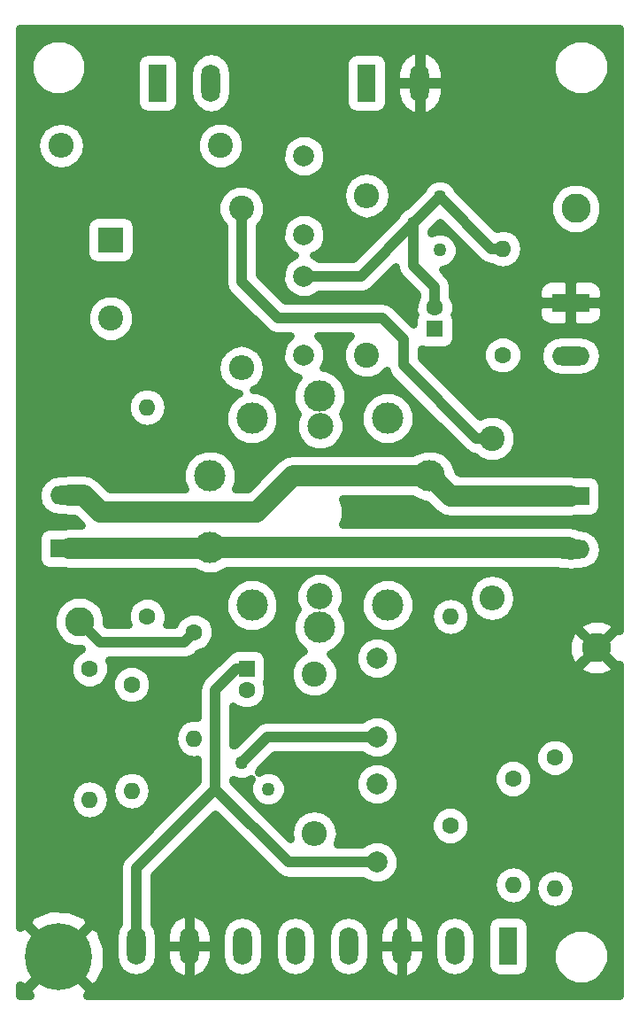
<source format=gbr>
G04 #@! TF.FileFunction,Copper,L1,Top,Signal*
%FSLAX46Y46*%
G04 Gerber Fmt 4.6, Leading zero omitted, Abs format (unit mm)*
G04 Created by KiCad (PCBNEW 4.0.6) date Friday, 28 July 2017 'PMt' 20:00:50*
%MOMM*%
%LPD*%
G01*
G04 APERTURE LIST*
%ADD10C,0.100000*%
%ADD11C,3.000000*%
%ADD12C,2.500000*%
%ADD13C,2.000000*%
%ADD14R,2.400000X2.400000*%
%ADD15C,2.400000*%
%ADD16C,1.600000*%
%ADD17O,1.600000X1.600000*%
%ADD18C,6.400000*%
%ADD19C,1.260000*%
%ADD20C,2.800000*%
%ADD21R,1.800000X3.600000*%
%ADD22O,1.800000X3.600000*%
%ADD23R,3.600000X1.800000*%
%ADD24O,3.600000X1.800000*%
%ADD25R,1.600000X1.600000*%
%ADD26O,2.400000X2.400000*%
%ADD27C,1.000000*%
%ADD28C,2.000000*%
%ADD29C,0.800000*%
G04 APERTURE END LIST*
D10*
D11*
X208989435Y-113931484D03*
X202500041Y-116040367D03*
X196010602Y-113931820D03*
X192000019Y-108411708D03*
X191999956Y-101588329D03*
X196010688Y-96068136D03*
X202499959Y-93959633D03*
X208989398Y-96068180D03*
X212999981Y-101588292D03*
D12*
X202498210Y-113095678D03*
X202532691Y-96809217D03*
D13*
X201000000Y-90000000D03*
X201000000Y-82500000D03*
D14*
X182500000Y-79000000D03*
D15*
X182500000Y-86500000D03*
D16*
X225000000Y-128500000D03*
D17*
X225000000Y-141000000D03*
D16*
X186000000Y-115000000D03*
D17*
X186000000Y-95000000D03*
D16*
X180500000Y-120000000D03*
D17*
X180500000Y-132500000D03*
D13*
X208000000Y-119000000D03*
X208000000Y-126500000D03*
D16*
X215000000Y-135000000D03*
D17*
X215000000Y-115000000D03*
D18*
X177500000Y-147500000D03*
D13*
X201000000Y-71000000D03*
X201000000Y-78500000D03*
X208000000Y-131000000D03*
X208000000Y-138500000D03*
D16*
X220000000Y-90000000D03*
D17*
X220000000Y-79840000D03*
D16*
X184500000Y-121500000D03*
D17*
X184500000Y-131660000D03*
D16*
X190500000Y-116500000D03*
D17*
X190500000Y-126660000D03*
D16*
X221000000Y-130500000D03*
D17*
X221000000Y-140660000D03*
D19*
X214000000Y-74920000D03*
X211460000Y-77460000D03*
X214000000Y-80000000D03*
X197580000Y-131500000D03*
X195040000Y-128960000D03*
X192500000Y-131500000D03*
D20*
X227000000Y-76000000D03*
X179500000Y-115500000D03*
X229000000Y-118000000D03*
D21*
X207000000Y-64000000D03*
D22*
X212080000Y-64000000D03*
D23*
X226500000Y-103500000D03*
D24*
X226500000Y-108580000D03*
D23*
X226500000Y-85000000D03*
D24*
X226500000Y-90080000D03*
D23*
X178500000Y-108500000D03*
D24*
X178500000Y-103420000D03*
D21*
X187000000Y-64000000D03*
D22*
X192080000Y-64000000D03*
D21*
X220500000Y-146500000D03*
D22*
X215420000Y-146500000D03*
X210340000Y-146500000D03*
X205260000Y-146500000D03*
X200180000Y-146500000D03*
X195100000Y-146500000D03*
X190020000Y-146500000D03*
X184940000Y-146500000D03*
D25*
X213500000Y-87500000D03*
D16*
X213500000Y-85500000D03*
D25*
X195500000Y-120000000D03*
D16*
X195500000Y-122000000D03*
D15*
X207000000Y-90000000D03*
D26*
X207000000Y-74760000D03*
D15*
X195000000Y-76000000D03*
D26*
X195000000Y-91240000D03*
D15*
X202000000Y-120500000D03*
D26*
X202000000Y-135740000D03*
D15*
X219000000Y-98000000D03*
D26*
X219000000Y-113240000D03*
D15*
X193000000Y-70000000D03*
D26*
X177760000Y-70000000D03*
D27*
X220000000Y-79840000D02*
X218920000Y-79840000D01*
X218920000Y-79840000D02*
X214000000Y-74920000D01*
X211460000Y-77460000D02*
X214000000Y-74920000D01*
X201000000Y-82500000D02*
X206420000Y-82500000D01*
X206420000Y-82500000D02*
X211460000Y-77460000D01*
X213500000Y-85500000D02*
X213500000Y-83500000D01*
X213500000Y-83500000D02*
X211460000Y-81460000D01*
X211460000Y-81460000D02*
X211460000Y-77460000D01*
X208000000Y-126500000D02*
X197500000Y-126500000D01*
X197500000Y-126500000D02*
X195040000Y-128960000D01*
X219000000Y-98000000D02*
X217500000Y-98000000D01*
X195000000Y-83000000D02*
X198500000Y-86500000D01*
X198500000Y-86500000D02*
X208500000Y-86500000D01*
X208500000Y-86500000D02*
X210500000Y-88500000D01*
X210500000Y-88500000D02*
X210500000Y-91000000D01*
X195000000Y-83000000D02*
X195000000Y-76000000D01*
X217500000Y-98000000D02*
X210500000Y-91000000D01*
D28*
X212999981Y-101588292D02*
X213088292Y-101588292D01*
X213088292Y-101588292D02*
X215000000Y-103500000D01*
X215000000Y-103500000D02*
X226500000Y-103500000D01*
X178500000Y-103420000D02*
X179920000Y-103420000D01*
X179920000Y-103420000D02*
X181500000Y-105000000D01*
X181500000Y-105000000D02*
X196500000Y-105000000D01*
X196500000Y-105000000D02*
X199911708Y-101588292D01*
X199911708Y-101588292D02*
X212999981Y-101588292D01*
X212999981Y-101588292D02*
X212999981Y-101611687D01*
X192000019Y-108411708D02*
X226331708Y-108411708D01*
X226331708Y-108411708D02*
X226500000Y-108580000D01*
X178500000Y-108500000D02*
X191911727Y-108500000D01*
X191911727Y-108500000D02*
X192000019Y-108411708D01*
X191911727Y-108500000D02*
X192000019Y-108411708D01*
D27*
X179500000Y-115500000D02*
X181500000Y-117500000D01*
X189500000Y-117500000D02*
X190500000Y-116500000D01*
X181500000Y-117500000D02*
X189500000Y-117500000D01*
X208000000Y-138500000D02*
X199500000Y-138500000D01*
X199500000Y-138500000D02*
X192500000Y-131500000D01*
X195500000Y-120000000D02*
X194500000Y-120000000D01*
X192500000Y-122000000D02*
X192500000Y-131500000D01*
X194500000Y-120000000D02*
X192500000Y-122000000D01*
X184940000Y-146500000D02*
X184940000Y-139060000D01*
X184940000Y-139060000D02*
X192500000Y-131500000D01*
D29*
G36*
X231225000Y-116376121D02*
X230840499Y-116300923D01*
X229141421Y-118000000D01*
X230840499Y-119699077D01*
X231225000Y-119623879D01*
X231225000Y-151225000D01*
X180232734Y-151225000D01*
X180497402Y-150638824D01*
X177500000Y-147641421D01*
X174502598Y-150638824D01*
X174767266Y-151225000D01*
X173775000Y-151225000D01*
X173775000Y-150232734D01*
X174361176Y-150497402D01*
X177358579Y-147500000D01*
X177641421Y-147500000D01*
X180638824Y-150497402D01*
X181352302Y-150175255D01*
X182082839Y-148497402D01*
X182115681Y-146667703D01*
X181672593Y-145541227D01*
X182840000Y-145541227D01*
X182840000Y-147458773D01*
X182999853Y-148262408D01*
X183455076Y-148943697D01*
X184136365Y-149398920D01*
X184940000Y-149558773D01*
X185743635Y-149398920D01*
X186424924Y-148943697D01*
X186880147Y-148262408D01*
X187040000Y-147458773D01*
X187040000Y-146600000D01*
X187720000Y-146600000D01*
X187720000Y-147500000D01*
X187933345Y-148372560D01*
X188464365Y-149097057D01*
X189232216Y-149563192D01*
X189561772Y-149653892D01*
X189920000Y-149347434D01*
X189920000Y-146600000D01*
X190120000Y-146600000D01*
X190120000Y-149347434D01*
X190478228Y-149653892D01*
X190807784Y-149563192D01*
X191575635Y-149097057D01*
X192106655Y-148372560D01*
X192320000Y-147500000D01*
X192320000Y-146600000D01*
X190120000Y-146600000D01*
X189920000Y-146600000D01*
X187720000Y-146600000D01*
X187040000Y-146600000D01*
X187040000Y-145541227D01*
X187031800Y-145500000D01*
X187720000Y-145500000D01*
X187720000Y-146400000D01*
X189920000Y-146400000D01*
X189920000Y-143652566D01*
X190120000Y-143652566D01*
X190120000Y-146400000D01*
X192320000Y-146400000D01*
X192320000Y-145541227D01*
X193000000Y-145541227D01*
X193000000Y-147458773D01*
X193159853Y-148262408D01*
X193615076Y-148943697D01*
X194296365Y-149398920D01*
X195100000Y-149558773D01*
X195903635Y-149398920D01*
X196584924Y-148943697D01*
X197040147Y-148262408D01*
X197200000Y-147458773D01*
X197200000Y-145541227D01*
X198080000Y-145541227D01*
X198080000Y-147458773D01*
X198239853Y-148262408D01*
X198695076Y-148943697D01*
X199376365Y-149398920D01*
X200180000Y-149558773D01*
X200983635Y-149398920D01*
X201664924Y-148943697D01*
X202120147Y-148262408D01*
X202280000Y-147458773D01*
X202280000Y-145541227D01*
X203160000Y-145541227D01*
X203160000Y-147458773D01*
X203319853Y-148262408D01*
X203775076Y-148943697D01*
X204456365Y-149398920D01*
X205260000Y-149558773D01*
X206063635Y-149398920D01*
X206744924Y-148943697D01*
X207200147Y-148262408D01*
X207360000Y-147458773D01*
X207360000Y-146600000D01*
X208040000Y-146600000D01*
X208040000Y-147500000D01*
X208253345Y-148372560D01*
X208784365Y-149097057D01*
X209552216Y-149563192D01*
X209881772Y-149653892D01*
X210240000Y-149347434D01*
X210240000Y-146600000D01*
X210440000Y-146600000D01*
X210440000Y-149347434D01*
X210798228Y-149653892D01*
X211127784Y-149563192D01*
X211895635Y-149097057D01*
X212426655Y-148372560D01*
X212640000Y-147500000D01*
X212640000Y-146600000D01*
X210440000Y-146600000D01*
X210240000Y-146600000D01*
X208040000Y-146600000D01*
X207360000Y-146600000D01*
X207360000Y-145541227D01*
X207351800Y-145500000D01*
X208040000Y-145500000D01*
X208040000Y-146400000D01*
X210240000Y-146400000D01*
X210240000Y-143652566D01*
X210440000Y-143652566D01*
X210440000Y-146400000D01*
X212640000Y-146400000D01*
X212640000Y-145541227D01*
X213320000Y-145541227D01*
X213320000Y-147458773D01*
X213479853Y-148262408D01*
X213935076Y-148943697D01*
X214616365Y-149398920D01*
X215420000Y-149558773D01*
X216223635Y-149398920D01*
X216904924Y-148943697D01*
X217360147Y-148262408D01*
X217520000Y-147458773D01*
X217520000Y-145541227D01*
X217360147Y-144737592D01*
X217335029Y-144700000D01*
X218376491Y-144700000D01*
X218376491Y-148300000D01*
X218460166Y-148744693D01*
X218722979Y-149153117D01*
X219123986Y-149427114D01*
X219600000Y-149523509D01*
X221400000Y-149523509D01*
X221844693Y-149439834D01*
X222253117Y-149177021D01*
X222527114Y-148776014D01*
X222623509Y-148300000D01*
X222623509Y-148054511D01*
X224699515Y-148054511D01*
X225124892Y-149084000D01*
X225911857Y-149872340D01*
X226940602Y-150299513D01*
X228054511Y-150300485D01*
X229084000Y-149875108D01*
X229872340Y-149088143D01*
X230299513Y-148059398D01*
X230300485Y-146945489D01*
X229875108Y-145916000D01*
X229088143Y-145127660D01*
X228059398Y-144700487D01*
X226945489Y-144699515D01*
X225916000Y-145124892D01*
X225127660Y-145911857D01*
X224700487Y-146940602D01*
X224699515Y-148054511D01*
X222623509Y-148054511D01*
X222623509Y-144700000D01*
X222539834Y-144255307D01*
X222277021Y-143846883D01*
X221876014Y-143572886D01*
X221400000Y-143476491D01*
X219600000Y-143476491D01*
X219155307Y-143560166D01*
X218746883Y-143822979D01*
X218472886Y-144223986D01*
X218376491Y-144700000D01*
X217335029Y-144700000D01*
X216904924Y-144056303D01*
X216223635Y-143601080D01*
X215420000Y-143441227D01*
X214616365Y-143601080D01*
X213935076Y-144056303D01*
X213479853Y-144737592D01*
X213320000Y-145541227D01*
X212640000Y-145541227D01*
X212640000Y-145500000D01*
X212426655Y-144627440D01*
X211895635Y-143902943D01*
X211127784Y-143436808D01*
X210798228Y-143346108D01*
X210440000Y-143652566D01*
X210240000Y-143652566D01*
X209881772Y-143346108D01*
X209552216Y-143436808D01*
X208784365Y-143902943D01*
X208253345Y-144627440D01*
X208040000Y-145500000D01*
X207351800Y-145500000D01*
X207200147Y-144737592D01*
X206744924Y-144056303D01*
X206063635Y-143601080D01*
X205260000Y-143441227D01*
X204456365Y-143601080D01*
X203775076Y-144056303D01*
X203319853Y-144737592D01*
X203160000Y-145541227D01*
X202280000Y-145541227D01*
X202120147Y-144737592D01*
X201664924Y-144056303D01*
X200983635Y-143601080D01*
X200180000Y-143441227D01*
X199376365Y-143601080D01*
X198695076Y-144056303D01*
X198239853Y-144737592D01*
X198080000Y-145541227D01*
X197200000Y-145541227D01*
X197040147Y-144737592D01*
X196584924Y-144056303D01*
X195903635Y-143601080D01*
X195100000Y-143441227D01*
X194296365Y-143601080D01*
X193615076Y-144056303D01*
X193159853Y-144737592D01*
X193000000Y-145541227D01*
X192320000Y-145541227D01*
X192320000Y-145500000D01*
X192106655Y-144627440D01*
X191575635Y-143902943D01*
X190807784Y-143436808D01*
X190478228Y-143346108D01*
X190120000Y-143652566D01*
X189920000Y-143652566D01*
X189561772Y-143346108D01*
X189232216Y-143436808D01*
X188464365Y-143902943D01*
X187933345Y-144627440D01*
X187720000Y-145500000D01*
X187031800Y-145500000D01*
X186880147Y-144737592D01*
X186640000Y-144378187D01*
X186640000Y-139764164D01*
X192500000Y-133904163D01*
X198297916Y-139702079D01*
X198297918Y-139702082D01*
X198849438Y-140070595D01*
X199500000Y-140200001D01*
X199500005Y-140200000D01*
X206588477Y-140200000D01*
X206752173Y-140363982D01*
X207560473Y-140699618D01*
X208435687Y-140700381D01*
X208628244Y-140620818D01*
X219000000Y-140620818D01*
X219000000Y-140699182D01*
X219152241Y-141464549D01*
X219585786Y-142113396D01*
X220234633Y-142546941D01*
X221000000Y-142699182D01*
X221765367Y-142546941D01*
X222414214Y-142113396D01*
X222847759Y-141464549D01*
X222947957Y-140960818D01*
X223000000Y-140960818D01*
X223000000Y-141039182D01*
X223152241Y-141804549D01*
X223585786Y-142453396D01*
X224234633Y-142886941D01*
X225000000Y-143039182D01*
X225765367Y-142886941D01*
X226414214Y-142453396D01*
X226847759Y-141804549D01*
X227000000Y-141039182D01*
X227000000Y-140960818D01*
X226847759Y-140195451D01*
X226414214Y-139546604D01*
X225765367Y-139113059D01*
X225000000Y-138960818D01*
X224234633Y-139113059D01*
X223585786Y-139546604D01*
X223152241Y-140195451D01*
X223000000Y-140960818D01*
X222947957Y-140960818D01*
X223000000Y-140699182D01*
X223000000Y-140620818D01*
X222847759Y-139855451D01*
X222414214Y-139206604D01*
X221765367Y-138773059D01*
X221000000Y-138620818D01*
X220234633Y-138773059D01*
X219585786Y-139206604D01*
X219152241Y-139855451D01*
X219000000Y-140620818D01*
X208628244Y-140620818D01*
X209244572Y-140366157D01*
X209863982Y-139747827D01*
X210199618Y-138939527D01*
X210200381Y-138064313D01*
X209866157Y-137255428D01*
X209247827Y-136636018D01*
X208439527Y-136300382D01*
X207564313Y-136299619D01*
X206755428Y-136633843D01*
X206588981Y-136800000D01*
X204154141Y-136800000D01*
X204217311Y-136705459D01*
X204400000Y-135787019D01*
X204400000Y-135692981D01*
X204340943Y-135396079D01*
X212999654Y-135396079D01*
X213303494Y-136131429D01*
X213865612Y-136694529D01*
X214600430Y-136999652D01*
X215396079Y-137000346D01*
X216131429Y-136696506D01*
X216694529Y-136134388D01*
X216999652Y-135399570D01*
X217000346Y-134603921D01*
X216696506Y-133868571D01*
X216134388Y-133305471D01*
X215399570Y-133000348D01*
X214603921Y-132999654D01*
X213868571Y-133303494D01*
X213305471Y-133865612D01*
X213000348Y-134600430D01*
X212999654Y-135396079D01*
X204340943Y-135396079D01*
X204217311Y-134774541D01*
X203697056Y-133995925D01*
X202918440Y-133475670D01*
X202000000Y-133292981D01*
X201081560Y-133475670D01*
X200302944Y-133995925D01*
X199782689Y-134774541D01*
X199600000Y-135692981D01*
X199600000Y-135787019D01*
X199701511Y-136297347D01*
X194200000Y-130795836D01*
X194200000Y-130592696D01*
X194674393Y-130789682D01*
X195402413Y-130790317D01*
X195994834Y-130545533D01*
X195750318Y-131134393D01*
X195749683Y-131862413D01*
X196027697Y-132535258D01*
X196542035Y-133050494D01*
X197214393Y-133329682D01*
X197942413Y-133330317D01*
X198615258Y-133052303D01*
X199130494Y-132537965D01*
X199409682Y-131865607D01*
X199410056Y-131435687D01*
X205799619Y-131435687D01*
X206133843Y-132244572D01*
X206752173Y-132863982D01*
X207560473Y-133199618D01*
X208435687Y-133200381D01*
X209244572Y-132866157D01*
X209863982Y-132247827D01*
X210199618Y-131439527D01*
X210200091Y-130896079D01*
X218999654Y-130896079D01*
X219303494Y-131631429D01*
X219865612Y-132194529D01*
X220600430Y-132499652D01*
X221396079Y-132500346D01*
X222131429Y-132196506D01*
X222694529Y-131634388D01*
X222999652Y-130899570D01*
X223000346Y-130103921D01*
X222696506Y-129368571D01*
X222224838Y-128896079D01*
X222999654Y-128896079D01*
X223303494Y-129631429D01*
X223865612Y-130194529D01*
X224600430Y-130499652D01*
X225396079Y-130500346D01*
X226131429Y-130196506D01*
X226694529Y-129634388D01*
X226999652Y-128899570D01*
X227000346Y-128103921D01*
X226696506Y-127368571D01*
X226134388Y-126805471D01*
X225399570Y-126500348D01*
X224603921Y-126499654D01*
X223868571Y-126803494D01*
X223305471Y-127365612D01*
X223000348Y-128100430D01*
X222999654Y-128896079D01*
X222224838Y-128896079D01*
X222134388Y-128805471D01*
X221399570Y-128500348D01*
X220603921Y-128499654D01*
X219868571Y-128803494D01*
X219305471Y-129365612D01*
X219000348Y-130100430D01*
X218999654Y-130896079D01*
X210200091Y-130896079D01*
X210200381Y-130564313D01*
X209866157Y-129755428D01*
X209247827Y-129136018D01*
X208439527Y-128800382D01*
X207564313Y-128799619D01*
X206755428Y-129133843D01*
X206136018Y-129752173D01*
X205800382Y-130560473D01*
X205799619Y-131435687D01*
X199410056Y-131435687D01*
X199410317Y-131137587D01*
X199132303Y-130464742D01*
X198617965Y-129949506D01*
X197945607Y-129670318D01*
X197217587Y-129669683D01*
X196625166Y-129914467D01*
X196721361Y-129682803D01*
X198204163Y-128200000D01*
X206588477Y-128200000D01*
X206752173Y-128363982D01*
X207560473Y-128699618D01*
X208435687Y-128700381D01*
X209244572Y-128366157D01*
X209863982Y-127747827D01*
X210199618Y-126939527D01*
X210200381Y-126064313D01*
X209866157Y-125255428D01*
X209247827Y-124636018D01*
X208439527Y-124300382D01*
X207564313Y-124299619D01*
X206755428Y-124633843D01*
X206588981Y-124800000D01*
X197500000Y-124800000D01*
X196849438Y-124929405D01*
X196297918Y-125297918D01*
X196297916Y-125297921D01*
X194317275Y-127278561D01*
X194200000Y-127327018D01*
X194200000Y-123528628D01*
X194365612Y-123694529D01*
X195100430Y-123999652D01*
X195896079Y-124000346D01*
X196631429Y-123696506D01*
X197194529Y-123134388D01*
X197499652Y-122399570D01*
X197500346Y-121603921D01*
X197388318Y-121332793D01*
X197427114Y-121276014D01*
X197488010Y-120975295D01*
X199599584Y-120975295D01*
X199964192Y-121857715D01*
X200638734Y-122533435D01*
X201520516Y-122899583D01*
X202475295Y-122900416D01*
X203357715Y-122535808D01*
X204033435Y-121861266D01*
X204399583Y-120979484D01*
X204400416Y-120024705D01*
X204157040Y-119435687D01*
X205799619Y-119435687D01*
X206133843Y-120244572D01*
X206752173Y-120863982D01*
X207560473Y-121199618D01*
X208435687Y-121200381D01*
X209244572Y-120866157D01*
X209863982Y-120247827D01*
X210033119Y-119840499D01*
X227300923Y-119840499D01*
X227403890Y-120366987D01*
X228431193Y-120797616D01*
X229545092Y-120802333D01*
X230576006Y-120380421D01*
X230596110Y-120366987D01*
X230699077Y-119840499D01*
X229000000Y-118141421D01*
X227300923Y-119840499D01*
X210033119Y-119840499D01*
X210199618Y-119439527D01*
X210200381Y-118564313D01*
X210192440Y-118545092D01*
X226197667Y-118545092D01*
X226619579Y-119576006D01*
X226633013Y-119596110D01*
X227159501Y-119699077D01*
X228858579Y-118000000D01*
X227159501Y-116300923D01*
X226633013Y-116403890D01*
X226202384Y-117431193D01*
X226197667Y-118545092D01*
X210192440Y-118545092D01*
X209866157Y-117755428D01*
X209247827Y-117136018D01*
X208439527Y-116800382D01*
X207564313Y-116799619D01*
X206755428Y-117133843D01*
X206136018Y-117752173D01*
X205800382Y-118560473D01*
X205799619Y-119435687D01*
X204157040Y-119435687D01*
X204035808Y-119142285D01*
X203459755Y-118565226D01*
X204027470Y-118330650D01*
X204787655Y-117571791D01*
X205199571Y-116579786D01*
X205200509Y-115505660D01*
X204790324Y-114512938D01*
X204743659Y-114466191D01*
X206288967Y-114466191D01*
X206699152Y-115458913D01*
X207458011Y-116219098D01*
X208450016Y-116631014D01*
X209524142Y-116631952D01*
X210516864Y-116221767D01*
X211277049Y-115462908D01*
X211485534Y-114960818D01*
X213000000Y-114960818D01*
X213000000Y-115039182D01*
X213152241Y-115804549D01*
X213585786Y-116453396D01*
X214234633Y-116886941D01*
X215000000Y-117039182D01*
X215765367Y-116886941D01*
X216414214Y-116453396D01*
X216610588Y-116159501D01*
X227300923Y-116159501D01*
X229000000Y-117858579D01*
X230699077Y-116159501D01*
X230596110Y-115633013D01*
X229568807Y-115202384D01*
X228454908Y-115197667D01*
X227423994Y-115619579D01*
X227403890Y-115633013D01*
X227300923Y-116159501D01*
X216610588Y-116159501D01*
X216847759Y-115804549D01*
X217000000Y-115039182D01*
X217000000Y-114960818D01*
X216878175Y-114348364D01*
X217302944Y-114984075D01*
X218081560Y-115504330D01*
X219000000Y-115687019D01*
X219918440Y-115504330D01*
X220697056Y-114984075D01*
X221217311Y-114205459D01*
X221400000Y-113287019D01*
X221400000Y-113192981D01*
X221217311Y-112274541D01*
X220697056Y-111495925D01*
X219918440Y-110975670D01*
X219000000Y-110792981D01*
X218081560Y-110975670D01*
X217302944Y-111495925D01*
X216782689Y-112274541D01*
X216600000Y-113192981D01*
X216600000Y-113287019D01*
X216752273Y-114052545D01*
X216414214Y-113546604D01*
X215765367Y-113113059D01*
X215000000Y-112960818D01*
X214234633Y-113113059D01*
X213585786Y-113546604D01*
X213152241Y-114195451D01*
X213000000Y-114960818D01*
X211485534Y-114960818D01*
X211688965Y-114470903D01*
X211689903Y-113396777D01*
X211279718Y-112404055D01*
X210520859Y-111643870D01*
X209528854Y-111231954D01*
X208454728Y-111231016D01*
X207462006Y-111641201D01*
X206701821Y-112400060D01*
X206289905Y-113392065D01*
X206288967Y-114466191D01*
X204743659Y-114466191D01*
X204629450Y-114351783D01*
X204947783Y-113585151D01*
X204948634Y-112610481D01*
X204576430Y-111709678D01*
X203887835Y-111019880D01*
X202987683Y-110646105D01*
X202013013Y-110645254D01*
X201112210Y-111017458D01*
X200422412Y-111706053D01*
X200048637Y-112606205D01*
X200047786Y-113580875D01*
X200367353Y-114354287D01*
X200212427Y-114508943D01*
X199800511Y-115500948D01*
X199799573Y-116575074D01*
X200209758Y-117567796D01*
X200968617Y-118327981D01*
X200970275Y-118328669D01*
X200642285Y-118464192D01*
X199966565Y-119138734D01*
X199600417Y-120020516D01*
X199599584Y-120975295D01*
X197488010Y-120975295D01*
X197523509Y-120800000D01*
X197523509Y-119200000D01*
X197439834Y-118755307D01*
X197177021Y-118346883D01*
X196776014Y-118072886D01*
X196300000Y-117976491D01*
X194700000Y-117976491D01*
X194255307Y-118060166D01*
X193846883Y-118322979D01*
X193710929Y-118521953D01*
X193297918Y-118797918D01*
X193297916Y-118797921D01*
X191297918Y-120797918D01*
X190929405Y-121349438D01*
X190799999Y-122000000D01*
X190800000Y-122000005D01*
X190800000Y-124680492D01*
X190500000Y-124620818D01*
X189734633Y-124773059D01*
X189085786Y-125206604D01*
X188652241Y-125855451D01*
X188500000Y-126620818D01*
X188500000Y-126699182D01*
X188652241Y-127464549D01*
X189085786Y-128113396D01*
X189734633Y-128546941D01*
X190500000Y-128699182D01*
X190800000Y-128639508D01*
X190800000Y-130795837D01*
X183737918Y-137857918D01*
X183369405Y-138409438D01*
X183239999Y-139060000D01*
X183240000Y-139060005D01*
X183240000Y-144378187D01*
X182999853Y-144737592D01*
X182840000Y-145541227D01*
X181672593Y-145541227D01*
X181445826Y-144964713D01*
X181352302Y-144824745D01*
X180638824Y-144502598D01*
X177641421Y-147500000D01*
X177358579Y-147500000D01*
X174361176Y-144502598D01*
X173775000Y-144767266D01*
X173775000Y-144361176D01*
X174502598Y-144361176D01*
X177500000Y-147358579D01*
X180497402Y-144361176D01*
X180175255Y-143647698D01*
X178497402Y-142917161D01*
X176667703Y-142884319D01*
X174964713Y-143554174D01*
X174824745Y-143647698D01*
X174502598Y-144361176D01*
X173775000Y-144361176D01*
X173775000Y-132460818D01*
X178500000Y-132460818D01*
X178500000Y-132539182D01*
X178652241Y-133304549D01*
X179085786Y-133953396D01*
X179734633Y-134386941D01*
X180500000Y-134539182D01*
X181265367Y-134386941D01*
X181914214Y-133953396D01*
X182347759Y-133304549D01*
X182500000Y-132539182D01*
X182500000Y-132460818D01*
X182347759Y-131695451D01*
X182297891Y-131620818D01*
X182500000Y-131620818D01*
X182500000Y-131699182D01*
X182652241Y-132464549D01*
X183085786Y-133113396D01*
X183734633Y-133546941D01*
X184500000Y-133699182D01*
X185265367Y-133546941D01*
X185914214Y-133113396D01*
X186347759Y-132464549D01*
X186500000Y-131699182D01*
X186500000Y-131620818D01*
X186347759Y-130855451D01*
X185914214Y-130206604D01*
X185265367Y-129773059D01*
X184500000Y-129620818D01*
X183734633Y-129773059D01*
X183085786Y-130206604D01*
X182652241Y-130855451D01*
X182500000Y-131620818D01*
X182297891Y-131620818D01*
X181914214Y-131046604D01*
X181265367Y-130613059D01*
X180500000Y-130460818D01*
X179734633Y-130613059D01*
X179085786Y-131046604D01*
X178652241Y-131695451D01*
X178500000Y-132460818D01*
X173775000Y-132460818D01*
X173775000Y-116014903D01*
X176899550Y-116014903D01*
X177294542Y-116970858D01*
X178025295Y-117702887D01*
X178980559Y-118099548D01*
X179696009Y-118100172D01*
X179744146Y-118148310D01*
X179368571Y-118303494D01*
X178805471Y-118865612D01*
X178500348Y-119600430D01*
X178499654Y-120396079D01*
X178803494Y-121131429D01*
X179365612Y-121694529D01*
X180100430Y-121999652D01*
X180896079Y-122000346D01*
X181148424Y-121896079D01*
X182499654Y-121896079D01*
X182803494Y-122631429D01*
X183365612Y-123194529D01*
X184100430Y-123499652D01*
X184896079Y-123500346D01*
X185631429Y-123196506D01*
X186194529Y-122634388D01*
X186499652Y-121899570D01*
X186500346Y-121103921D01*
X186196506Y-120368571D01*
X185634388Y-119805471D01*
X184899570Y-119500348D01*
X184103921Y-119499654D01*
X183368571Y-119803494D01*
X182805471Y-120365612D01*
X182500348Y-121100430D01*
X182499654Y-121896079D01*
X181148424Y-121896079D01*
X181631429Y-121696506D01*
X182194529Y-121134388D01*
X182499652Y-120399570D01*
X182500346Y-119603921D01*
X182333449Y-119200000D01*
X189499995Y-119200000D01*
X189500000Y-119200001D01*
X190150562Y-119070595D01*
X190702082Y-118702082D01*
X190909267Y-118494897D01*
X191631429Y-118196506D01*
X192194529Y-117634388D01*
X192499652Y-116899570D01*
X192500346Y-116103921D01*
X192196506Y-115368571D01*
X191634388Y-114805471D01*
X190899570Y-114500348D01*
X190103921Y-114499654D01*
X189368571Y-114803494D01*
X188805471Y-115365612D01*
X188625097Y-115800000D01*
X187833379Y-115800000D01*
X187999652Y-115399570D01*
X188000346Y-114603921D01*
X187943577Y-114466527D01*
X193310134Y-114466527D01*
X193720319Y-115459249D01*
X194479178Y-116219434D01*
X195471183Y-116631350D01*
X196545309Y-116632288D01*
X197538031Y-116222103D01*
X198298216Y-115463244D01*
X198710132Y-114471239D01*
X198711070Y-113397113D01*
X198300885Y-112404391D01*
X197542026Y-111644206D01*
X196550021Y-111232290D01*
X195475895Y-111231352D01*
X194483173Y-111641537D01*
X193722988Y-112400396D01*
X193311072Y-113392401D01*
X193310134Y-114466527D01*
X187943577Y-114466527D01*
X187696506Y-113868571D01*
X187134388Y-113305471D01*
X186399570Y-113000348D01*
X185603921Y-112999654D01*
X184868571Y-113303494D01*
X184305471Y-113865612D01*
X184000348Y-114600430D01*
X183999654Y-115396079D01*
X184166551Y-115800000D01*
X182204163Y-115800000D01*
X182099830Y-115695667D01*
X182100450Y-114985097D01*
X181705458Y-114029142D01*
X180974705Y-113297113D01*
X180019441Y-112900452D01*
X178985097Y-112899550D01*
X178029142Y-113294542D01*
X177297113Y-114025295D01*
X176900452Y-114980559D01*
X176899550Y-116014903D01*
X173775000Y-116014903D01*
X173775000Y-103420000D01*
X175441227Y-103420000D01*
X175601080Y-104223635D01*
X176056303Y-104904924D01*
X176737592Y-105360147D01*
X177541227Y-105520000D01*
X177997266Y-105520000D01*
X178500000Y-105620000D01*
X179008730Y-105620000D01*
X179688730Y-106300000D01*
X178500000Y-106300000D01*
X178115454Y-106376491D01*
X176700000Y-106376491D01*
X176255307Y-106460166D01*
X175846883Y-106722979D01*
X175572886Y-107123986D01*
X175476491Y-107600000D01*
X175476491Y-109400000D01*
X175560166Y-109844693D01*
X175822979Y-110253117D01*
X176223986Y-110527114D01*
X176700000Y-110623509D01*
X178115454Y-110623509D01*
X178500000Y-110700000D01*
X190470228Y-110700000D01*
X191460600Y-111111238D01*
X192534726Y-111112176D01*
X193527448Y-110701991D01*
X193617889Y-110611708D01*
X225197900Y-110611708D01*
X225541227Y-110680000D01*
X225997266Y-110680000D01*
X226500000Y-110780000D01*
X227002734Y-110680000D01*
X227458773Y-110680000D01*
X228262408Y-110520147D01*
X228943697Y-110064924D01*
X229398920Y-109383635D01*
X229558773Y-108580000D01*
X229398920Y-107776365D01*
X228943697Y-107095076D01*
X228262408Y-106639853D01*
X227458773Y-106480000D01*
X227324510Y-106480000D01*
X227173612Y-106379173D01*
X226331708Y-106211708D01*
X204649675Y-106211708D01*
X204949573Y-105489473D01*
X204950424Y-104514803D01*
X204650236Y-103788292D01*
X211381096Y-103788292D01*
X211468557Y-103875906D01*
X212460562Y-104287822D01*
X212676741Y-104288011D01*
X213444365Y-105055635D01*
X214158096Y-105532535D01*
X215000000Y-105700000D01*
X226500000Y-105700000D01*
X226884546Y-105623509D01*
X228300000Y-105623509D01*
X228744693Y-105539834D01*
X229153117Y-105277021D01*
X229427114Y-104876014D01*
X229523509Y-104400000D01*
X229523509Y-102600000D01*
X229439834Y-102155307D01*
X229177021Y-101746883D01*
X228776014Y-101472886D01*
X228300000Y-101376491D01*
X226884546Y-101376491D01*
X226500000Y-101300000D01*
X215911270Y-101300000D01*
X215700418Y-101089148D01*
X215700449Y-101053585D01*
X215290264Y-100060863D01*
X214531405Y-99300678D01*
X213539400Y-98888762D01*
X212465274Y-98887824D01*
X211472552Y-99298009D01*
X211382111Y-99388292D01*
X199911708Y-99388292D01*
X199069805Y-99555756D01*
X198356073Y-100032657D01*
X195588730Y-102800000D01*
X194420343Y-102800000D01*
X194699486Y-102127748D01*
X194700424Y-101053622D01*
X194290239Y-100060900D01*
X193531380Y-99300715D01*
X192539375Y-98888799D01*
X191465249Y-98887861D01*
X190472527Y-99298046D01*
X189712342Y-100056905D01*
X189300426Y-101048910D01*
X189299488Y-102123036D01*
X189579204Y-102800000D01*
X182411270Y-102800000D01*
X181475635Y-101864365D01*
X181264036Y-101722979D01*
X180761904Y-101387465D01*
X179920000Y-101220000D01*
X178500000Y-101220000D01*
X177997266Y-101320000D01*
X177541227Y-101320000D01*
X176737592Y-101479853D01*
X176056303Y-101935076D01*
X175601080Y-102616365D01*
X175441227Y-103420000D01*
X173775000Y-103420000D01*
X173775000Y-94960818D01*
X184000000Y-94960818D01*
X184000000Y-95039182D01*
X184152241Y-95804549D01*
X184585786Y-96453396D01*
X185234633Y-96886941D01*
X186000000Y-97039182D01*
X186765367Y-96886941D01*
X187414214Y-96453396D01*
X187847759Y-95804549D01*
X188000000Y-95039182D01*
X188000000Y-94960818D01*
X187847759Y-94195451D01*
X187414214Y-93546604D01*
X186765367Y-93113059D01*
X186000000Y-92960818D01*
X185234633Y-93113059D01*
X184585786Y-93546604D01*
X184152241Y-94195451D01*
X184000000Y-94960818D01*
X173775000Y-94960818D01*
X173775000Y-91192981D01*
X192600000Y-91192981D01*
X192600000Y-91287019D01*
X192782689Y-92205459D01*
X193302944Y-92984075D01*
X194081560Y-93504330D01*
X194799578Y-93647153D01*
X194483259Y-93777853D01*
X193723074Y-94536712D01*
X193311158Y-95528717D01*
X193310220Y-96602843D01*
X193720405Y-97595565D01*
X194479264Y-98355750D01*
X195471269Y-98767666D01*
X196545395Y-98768604D01*
X197538117Y-98358419D01*
X198298302Y-97599560D01*
X198710218Y-96607555D01*
X198711156Y-95533429D01*
X198300971Y-94540707D01*
X197542112Y-93780522D01*
X196550107Y-93368606D01*
X196122125Y-93368232D01*
X196697056Y-92984075D01*
X197217311Y-92205459D01*
X197400000Y-91287019D01*
X197400000Y-91192981D01*
X197217311Y-90274541D01*
X196697056Y-89495925D01*
X195918440Y-88975670D01*
X195000000Y-88792981D01*
X194081560Y-88975670D01*
X193302944Y-89495925D01*
X192782689Y-90274541D01*
X192600000Y-91192981D01*
X173775000Y-91192981D01*
X173775000Y-86975295D01*
X180099584Y-86975295D01*
X180464192Y-87857715D01*
X181138734Y-88533435D01*
X182020516Y-88899583D01*
X182975295Y-88900416D01*
X183857715Y-88535808D01*
X184533435Y-87861266D01*
X184899583Y-86979484D01*
X184900416Y-86024705D01*
X184535808Y-85142285D01*
X183861266Y-84466565D01*
X182979484Y-84100417D01*
X182024705Y-84099584D01*
X181142285Y-84464192D01*
X180466565Y-85138734D01*
X180100417Y-86020516D01*
X180099584Y-86975295D01*
X173775000Y-86975295D01*
X173775000Y-77800000D01*
X180076491Y-77800000D01*
X180076491Y-80200000D01*
X180160166Y-80644693D01*
X180422979Y-81053117D01*
X180823986Y-81327114D01*
X181300000Y-81423509D01*
X183700000Y-81423509D01*
X184144693Y-81339834D01*
X184553117Y-81077021D01*
X184827114Y-80676014D01*
X184923509Y-80200000D01*
X184923509Y-77800000D01*
X184839834Y-77355307D01*
X184577021Y-76946883D01*
X184176014Y-76672886D01*
X183700000Y-76576491D01*
X181300000Y-76576491D01*
X180855307Y-76660166D01*
X180446883Y-76922979D01*
X180172886Y-77323986D01*
X180076491Y-77800000D01*
X173775000Y-77800000D01*
X173775000Y-76475295D01*
X192599584Y-76475295D01*
X192964192Y-77357715D01*
X193300000Y-77694109D01*
X193300000Y-82999995D01*
X193299999Y-83000000D01*
X193429405Y-83650562D01*
X193797918Y-84202082D01*
X197297916Y-87702079D01*
X197297918Y-87702082D01*
X197849438Y-88070595D01*
X198500000Y-88200000D01*
X199689155Y-88200000D01*
X199136018Y-88752173D01*
X198800382Y-89560473D01*
X198799619Y-90435687D01*
X199133843Y-91244572D01*
X199752173Y-91863982D01*
X200476334Y-92164680D01*
X200212345Y-92428209D01*
X199800429Y-93420214D01*
X199799491Y-94494340D01*
X200209676Y-95487062D01*
X200364483Y-95642140D01*
X200083118Y-96319744D01*
X200082267Y-97294414D01*
X200454471Y-98195217D01*
X201143066Y-98885015D01*
X202043218Y-99258790D01*
X203017888Y-99259641D01*
X203918691Y-98887437D01*
X204608489Y-98198842D01*
X204982264Y-97298690D01*
X204982871Y-96602887D01*
X206288930Y-96602887D01*
X206699115Y-97595609D01*
X207457974Y-98355794D01*
X208449979Y-98767710D01*
X209524105Y-98768648D01*
X210516827Y-98358463D01*
X211277012Y-97599604D01*
X211688928Y-96607599D01*
X211689866Y-95533473D01*
X211279681Y-94540751D01*
X210520822Y-93780566D01*
X209528817Y-93368650D01*
X208454691Y-93367712D01*
X207461969Y-93777897D01*
X206701784Y-94536756D01*
X206289868Y-95528761D01*
X206288930Y-96602887D01*
X204982871Y-96602887D01*
X204983115Y-96324020D01*
X204682345Y-95596101D01*
X204787573Y-95491057D01*
X205199489Y-94499052D01*
X205200427Y-93424926D01*
X204790242Y-92432204D01*
X204031383Y-91672019D01*
X203039378Y-91260103D01*
X202851849Y-91259939D01*
X202863982Y-91247827D01*
X203199618Y-90439527D01*
X203200381Y-89564313D01*
X202866157Y-88755428D01*
X202311697Y-88200000D01*
X205406065Y-88200000D01*
X204966565Y-88638734D01*
X204600417Y-89520516D01*
X204599584Y-90475295D01*
X204964192Y-91357715D01*
X205638734Y-92033435D01*
X206520516Y-92399583D01*
X207475295Y-92400416D01*
X208357715Y-92035808D01*
X208898628Y-91495838D01*
X208929405Y-91650562D01*
X209297918Y-92202082D01*
X216297916Y-99202079D01*
X216297918Y-99202082D01*
X216576602Y-99388292D01*
X216849438Y-99570595D01*
X217257785Y-99651821D01*
X217638734Y-100033435D01*
X218520516Y-100399583D01*
X219475295Y-100400416D01*
X220357715Y-100035808D01*
X221033435Y-99361266D01*
X221399583Y-98479484D01*
X221400416Y-97524705D01*
X221035808Y-96642285D01*
X220361266Y-95966565D01*
X219479484Y-95600417D01*
X218524705Y-95599584D01*
X217802256Y-95898093D01*
X212300243Y-90396079D01*
X217999654Y-90396079D01*
X218303494Y-91131429D01*
X218865612Y-91694529D01*
X219600430Y-91999652D01*
X220396079Y-92000346D01*
X221131429Y-91696506D01*
X221694529Y-91134388D01*
X221999652Y-90399570D01*
X221999930Y-90080000D01*
X223441227Y-90080000D01*
X223601080Y-90883635D01*
X224056303Y-91564924D01*
X224737592Y-92020147D01*
X225541227Y-92180000D01*
X227458773Y-92180000D01*
X228262408Y-92020147D01*
X228943697Y-91564924D01*
X229398920Y-90883635D01*
X229558773Y-90080000D01*
X229398920Y-89276365D01*
X228943697Y-88595076D01*
X228262408Y-88139853D01*
X227458773Y-87980000D01*
X225541227Y-87980000D01*
X224737592Y-88139853D01*
X224056303Y-88595076D01*
X223601080Y-89276365D01*
X223441227Y-90080000D01*
X221999930Y-90080000D01*
X222000346Y-89603921D01*
X221696506Y-88868571D01*
X221134388Y-88305471D01*
X220399570Y-88000348D01*
X219603921Y-87999654D01*
X218868571Y-88303494D01*
X218305471Y-88865612D01*
X218000348Y-89600430D01*
X217999654Y-90396079D01*
X212300243Y-90396079D01*
X212200000Y-90295836D01*
X212200000Y-89410725D01*
X212223986Y-89427114D01*
X212700000Y-89523509D01*
X214300000Y-89523509D01*
X214744693Y-89439834D01*
X215153117Y-89177021D01*
X215427114Y-88776014D01*
X215523509Y-88300000D01*
X215523509Y-86700000D01*
X215439834Y-86255307D01*
X215386411Y-86172285D01*
X215499652Y-85899570D01*
X215500044Y-85450000D01*
X223300000Y-85450000D01*
X223300000Y-86178477D01*
X223513137Y-86693036D01*
X223906963Y-87086862D01*
X224421522Y-87300000D01*
X226050000Y-87300000D01*
X226400000Y-86950000D01*
X226400000Y-85100000D01*
X226600000Y-85100000D01*
X226600000Y-86950000D01*
X226950000Y-87300000D01*
X228578478Y-87300000D01*
X229093037Y-87086862D01*
X229486863Y-86693036D01*
X229700000Y-86178477D01*
X229700000Y-85450000D01*
X229350000Y-85100000D01*
X226600000Y-85100000D01*
X226400000Y-85100000D01*
X223650000Y-85100000D01*
X223300000Y-85450000D01*
X215500044Y-85450000D01*
X215500346Y-85103921D01*
X215200000Y-84377027D01*
X215200000Y-83821523D01*
X223300000Y-83821523D01*
X223300000Y-84550000D01*
X223650000Y-84900000D01*
X226400000Y-84900000D01*
X226400000Y-83050000D01*
X226600000Y-83050000D01*
X226600000Y-84900000D01*
X229350000Y-84900000D01*
X229700000Y-84550000D01*
X229700000Y-83821523D01*
X229486863Y-83306964D01*
X229093037Y-82913138D01*
X228578478Y-82700000D01*
X226950000Y-82700000D01*
X226600000Y-83050000D01*
X226400000Y-83050000D01*
X226050000Y-82700000D01*
X224421522Y-82700000D01*
X223906963Y-82913138D01*
X223513137Y-83306964D01*
X223300000Y-83821523D01*
X215200000Y-83821523D01*
X215200000Y-83500005D01*
X215200001Y-83500000D01*
X215070595Y-82849439D01*
X215070595Y-82849438D01*
X214702082Y-82297918D01*
X214702079Y-82297916D01*
X214234369Y-81830205D01*
X214362413Y-81830317D01*
X215035258Y-81552303D01*
X215550494Y-81037965D01*
X215829682Y-80365607D01*
X215830317Y-79637587D01*
X215552303Y-78964742D01*
X215037965Y-78449506D01*
X214365607Y-78170318D01*
X213637587Y-78169683D01*
X213160000Y-78367018D01*
X213160000Y-78164164D01*
X214000000Y-77324164D01*
X217717916Y-81042079D01*
X217717918Y-81042082D01*
X218269438Y-81410595D01*
X218334361Y-81423509D01*
X218920000Y-81540001D01*
X218920005Y-81540000D01*
X218954856Y-81540000D01*
X219234633Y-81726941D01*
X220000000Y-81879182D01*
X220765367Y-81726941D01*
X221414214Y-81293396D01*
X221847759Y-80644549D01*
X222000000Y-79879182D01*
X222000000Y-79800818D01*
X221847759Y-79035451D01*
X221414214Y-78386604D01*
X220765367Y-77953059D01*
X220000000Y-77800818D01*
X219403610Y-77919447D01*
X217999067Y-76514903D01*
X224399550Y-76514903D01*
X224794542Y-77470858D01*
X225525295Y-78202887D01*
X226480559Y-78599548D01*
X227514903Y-78600450D01*
X228470858Y-78205458D01*
X229202887Y-77474705D01*
X229599548Y-76519441D01*
X229600450Y-75485097D01*
X229205458Y-74529142D01*
X228474705Y-73797113D01*
X227519441Y-73400452D01*
X226485097Y-73399550D01*
X225529142Y-73794542D01*
X224797113Y-74525295D01*
X224400452Y-75480559D01*
X224399550Y-76514903D01*
X217999067Y-76514903D01*
X215681439Y-74197275D01*
X215552303Y-73884742D01*
X215037965Y-73369506D01*
X214365607Y-73090318D01*
X213637587Y-73089683D01*
X212964742Y-73367697D01*
X212449506Y-73882035D01*
X212318638Y-74197198D01*
X210737275Y-75778561D01*
X210424742Y-75907697D01*
X209909506Y-76422035D01*
X209778638Y-76737198D01*
X205715836Y-80800000D01*
X202411523Y-80800000D01*
X202247827Y-80636018D01*
X201920453Y-80500080D01*
X202244572Y-80366157D01*
X202863982Y-79747827D01*
X203199618Y-78939527D01*
X203200381Y-78064313D01*
X202866157Y-77255428D01*
X202247827Y-76636018D01*
X201439527Y-76300382D01*
X200564313Y-76299619D01*
X199755428Y-76633843D01*
X199136018Y-77252173D01*
X198800382Y-78060473D01*
X198799619Y-78935687D01*
X199133843Y-79744572D01*
X199752173Y-80363982D01*
X200079547Y-80499920D01*
X199755428Y-80633843D01*
X199136018Y-81252173D01*
X198800382Y-82060473D01*
X198799619Y-82935687D01*
X199133843Y-83744572D01*
X199752173Y-84363982D01*
X200560473Y-84699618D01*
X201435687Y-84700381D01*
X202244572Y-84366157D01*
X202411019Y-84200000D01*
X206419995Y-84200000D01*
X206420000Y-84200001D01*
X207070562Y-84070595D01*
X207622082Y-83702082D01*
X209777281Y-81546882D01*
X209889405Y-82110562D01*
X210257918Y-82662082D01*
X211800000Y-84204163D01*
X211800000Y-84378788D01*
X211500348Y-85100430D01*
X211499654Y-85896079D01*
X211611682Y-86167207D01*
X211572886Y-86223986D01*
X211476491Y-86700000D01*
X211476491Y-87072328D01*
X209702082Y-85297918D01*
X209150562Y-84929405D01*
X208500000Y-84799999D01*
X208499995Y-84800000D01*
X199204163Y-84800000D01*
X196700000Y-82295836D01*
X196700000Y-77694120D01*
X197033435Y-77361266D01*
X197399583Y-76479484D01*
X197400416Y-75524705D01*
X197065019Y-74712981D01*
X204600000Y-74712981D01*
X204600000Y-74807019D01*
X204782689Y-75725459D01*
X205302944Y-76504075D01*
X206081560Y-77024330D01*
X207000000Y-77207019D01*
X207918440Y-77024330D01*
X208697056Y-76504075D01*
X209217311Y-75725459D01*
X209400000Y-74807019D01*
X209400000Y-74712981D01*
X209217311Y-73794541D01*
X208697056Y-73015925D01*
X207918440Y-72495670D01*
X207000000Y-72312981D01*
X206081560Y-72495670D01*
X205302944Y-73015925D01*
X204782689Y-73794541D01*
X204600000Y-74712981D01*
X197065019Y-74712981D01*
X197035808Y-74642285D01*
X196361266Y-73966565D01*
X195479484Y-73600417D01*
X194524705Y-73599584D01*
X193642285Y-73964192D01*
X192966565Y-74638734D01*
X192600417Y-75520516D01*
X192599584Y-76475295D01*
X173775000Y-76475295D01*
X173775000Y-70000000D01*
X175312981Y-70000000D01*
X175495670Y-70918440D01*
X176015925Y-71697056D01*
X176794541Y-72217311D01*
X177712981Y-72400000D01*
X177807019Y-72400000D01*
X178725459Y-72217311D01*
X179504075Y-71697056D01*
X180024330Y-70918440D01*
X180112476Y-70475295D01*
X190599584Y-70475295D01*
X190964192Y-71357715D01*
X191638734Y-72033435D01*
X192520516Y-72399583D01*
X193475295Y-72400416D01*
X194357715Y-72035808D01*
X194958884Y-71435687D01*
X198799619Y-71435687D01*
X199133843Y-72244572D01*
X199752173Y-72863982D01*
X200560473Y-73199618D01*
X201435687Y-73200381D01*
X202244572Y-72866157D01*
X202863982Y-72247827D01*
X203199618Y-71439527D01*
X203200381Y-70564313D01*
X202866157Y-69755428D01*
X202247827Y-69136018D01*
X201439527Y-68800382D01*
X200564313Y-68799619D01*
X199755428Y-69133843D01*
X199136018Y-69752173D01*
X198800382Y-70560473D01*
X198799619Y-71435687D01*
X194958884Y-71435687D01*
X195033435Y-71361266D01*
X195399583Y-70479484D01*
X195400416Y-69524705D01*
X195035808Y-68642285D01*
X194361266Y-67966565D01*
X193479484Y-67600417D01*
X192524705Y-67599584D01*
X191642285Y-67964192D01*
X190966565Y-68638734D01*
X190600417Y-69520516D01*
X190599584Y-70475295D01*
X180112476Y-70475295D01*
X180207019Y-70000000D01*
X180024330Y-69081560D01*
X179504075Y-68302944D01*
X178725459Y-67782689D01*
X177807019Y-67600000D01*
X177712981Y-67600000D01*
X176794541Y-67782689D01*
X176015925Y-68302944D01*
X175495670Y-69081560D01*
X175312981Y-70000000D01*
X173775000Y-70000000D01*
X173775000Y-63054511D01*
X174699515Y-63054511D01*
X175124892Y-64084000D01*
X175911857Y-64872340D01*
X176940602Y-65299513D01*
X178054511Y-65300485D01*
X179084000Y-64875108D01*
X179872340Y-64088143D01*
X180299513Y-63059398D01*
X180300262Y-62200000D01*
X184876491Y-62200000D01*
X184876491Y-65800000D01*
X184960166Y-66244693D01*
X185222979Y-66653117D01*
X185623986Y-66927114D01*
X186100000Y-67023509D01*
X187900000Y-67023509D01*
X188344693Y-66939834D01*
X188753117Y-66677021D01*
X189027114Y-66276014D01*
X189123509Y-65800000D01*
X189123509Y-63041227D01*
X189980000Y-63041227D01*
X189980000Y-64958773D01*
X190139853Y-65762408D01*
X190595076Y-66443697D01*
X191276365Y-66898920D01*
X192080000Y-67058773D01*
X192883635Y-66898920D01*
X193564924Y-66443697D01*
X194020147Y-65762408D01*
X194180000Y-64958773D01*
X194180000Y-63041227D01*
X194020147Y-62237592D01*
X193995029Y-62200000D01*
X204876491Y-62200000D01*
X204876491Y-65800000D01*
X204960166Y-66244693D01*
X205222979Y-66653117D01*
X205623986Y-66927114D01*
X206100000Y-67023509D01*
X207900000Y-67023509D01*
X208344693Y-66939834D01*
X208753117Y-66677021D01*
X209027114Y-66276014D01*
X209123509Y-65800000D01*
X209123509Y-64100000D01*
X209780000Y-64100000D01*
X209780000Y-65000000D01*
X209993345Y-65872560D01*
X210524365Y-66597057D01*
X211292216Y-67063192D01*
X211621772Y-67153892D01*
X211980000Y-66847434D01*
X211980000Y-64100000D01*
X212180000Y-64100000D01*
X212180000Y-66847434D01*
X212538228Y-67153892D01*
X212867784Y-67063192D01*
X213635635Y-66597057D01*
X214166655Y-65872560D01*
X214380000Y-65000000D01*
X214380000Y-64100000D01*
X212180000Y-64100000D01*
X211980000Y-64100000D01*
X209780000Y-64100000D01*
X209123509Y-64100000D01*
X209123509Y-63000000D01*
X209780000Y-63000000D01*
X209780000Y-63900000D01*
X211980000Y-63900000D01*
X211980000Y-61152566D01*
X212180000Y-61152566D01*
X212180000Y-63900000D01*
X214380000Y-63900000D01*
X214380000Y-63054511D01*
X224699515Y-63054511D01*
X225124892Y-64084000D01*
X225911857Y-64872340D01*
X226940602Y-65299513D01*
X228054511Y-65300485D01*
X229084000Y-64875108D01*
X229872340Y-64088143D01*
X230299513Y-63059398D01*
X230300485Y-61945489D01*
X229875108Y-60916000D01*
X229088143Y-60127660D01*
X228059398Y-59700487D01*
X226945489Y-59699515D01*
X225916000Y-60124892D01*
X225127660Y-60911857D01*
X224700487Y-61940602D01*
X224699515Y-63054511D01*
X214380000Y-63054511D01*
X214380000Y-63000000D01*
X214166655Y-62127440D01*
X213635635Y-61402943D01*
X212867784Y-60936808D01*
X212538228Y-60846108D01*
X212180000Y-61152566D01*
X211980000Y-61152566D01*
X211621772Y-60846108D01*
X211292216Y-60936808D01*
X210524365Y-61402943D01*
X209993345Y-62127440D01*
X209780000Y-63000000D01*
X209123509Y-63000000D01*
X209123509Y-62200000D01*
X209039834Y-61755307D01*
X208777021Y-61346883D01*
X208376014Y-61072886D01*
X207900000Y-60976491D01*
X206100000Y-60976491D01*
X205655307Y-61060166D01*
X205246883Y-61322979D01*
X204972886Y-61723986D01*
X204876491Y-62200000D01*
X193995029Y-62200000D01*
X193564924Y-61556303D01*
X192883635Y-61101080D01*
X192080000Y-60941227D01*
X191276365Y-61101080D01*
X190595076Y-61556303D01*
X190139853Y-62237592D01*
X189980000Y-63041227D01*
X189123509Y-63041227D01*
X189123509Y-62200000D01*
X189039834Y-61755307D01*
X188777021Y-61346883D01*
X188376014Y-61072886D01*
X187900000Y-60976491D01*
X186100000Y-60976491D01*
X185655307Y-61060166D01*
X185246883Y-61322979D01*
X184972886Y-61723986D01*
X184876491Y-62200000D01*
X180300262Y-62200000D01*
X180300485Y-61945489D01*
X179875108Y-60916000D01*
X179088143Y-60127660D01*
X178059398Y-59700487D01*
X176945489Y-59699515D01*
X175916000Y-60124892D01*
X175127660Y-60911857D01*
X174700487Y-61940602D01*
X174699515Y-63054511D01*
X173775000Y-63054511D01*
X173775000Y-58775000D01*
X231225000Y-58775000D01*
X231225000Y-116376121D01*
X231225000Y-116376121D01*
G37*
X231225000Y-116376121D02*
X230840499Y-116300923D01*
X229141421Y-118000000D01*
X230840499Y-119699077D01*
X231225000Y-119623879D01*
X231225000Y-151225000D01*
X180232734Y-151225000D01*
X180497402Y-150638824D01*
X177500000Y-147641421D01*
X174502598Y-150638824D01*
X174767266Y-151225000D01*
X173775000Y-151225000D01*
X173775000Y-150232734D01*
X174361176Y-150497402D01*
X177358579Y-147500000D01*
X177641421Y-147500000D01*
X180638824Y-150497402D01*
X181352302Y-150175255D01*
X182082839Y-148497402D01*
X182115681Y-146667703D01*
X181672593Y-145541227D01*
X182840000Y-145541227D01*
X182840000Y-147458773D01*
X182999853Y-148262408D01*
X183455076Y-148943697D01*
X184136365Y-149398920D01*
X184940000Y-149558773D01*
X185743635Y-149398920D01*
X186424924Y-148943697D01*
X186880147Y-148262408D01*
X187040000Y-147458773D01*
X187040000Y-146600000D01*
X187720000Y-146600000D01*
X187720000Y-147500000D01*
X187933345Y-148372560D01*
X188464365Y-149097057D01*
X189232216Y-149563192D01*
X189561772Y-149653892D01*
X189920000Y-149347434D01*
X189920000Y-146600000D01*
X190120000Y-146600000D01*
X190120000Y-149347434D01*
X190478228Y-149653892D01*
X190807784Y-149563192D01*
X191575635Y-149097057D01*
X192106655Y-148372560D01*
X192320000Y-147500000D01*
X192320000Y-146600000D01*
X190120000Y-146600000D01*
X189920000Y-146600000D01*
X187720000Y-146600000D01*
X187040000Y-146600000D01*
X187040000Y-145541227D01*
X187031800Y-145500000D01*
X187720000Y-145500000D01*
X187720000Y-146400000D01*
X189920000Y-146400000D01*
X189920000Y-143652566D01*
X190120000Y-143652566D01*
X190120000Y-146400000D01*
X192320000Y-146400000D01*
X192320000Y-145541227D01*
X193000000Y-145541227D01*
X193000000Y-147458773D01*
X193159853Y-148262408D01*
X193615076Y-148943697D01*
X194296365Y-149398920D01*
X195100000Y-149558773D01*
X195903635Y-149398920D01*
X196584924Y-148943697D01*
X197040147Y-148262408D01*
X197200000Y-147458773D01*
X197200000Y-145541227D01*
X198080000Y-145541227D01*
X198080000Y-147458773D01*
X198239853Y-148262408D01*
X198695076Y-148943697D01*
X199376365Y-149398920D01*
X200180000Y-149558773D01*
X200983635Y-149398920D01*
X201664924Y-148943697D01*
X202120147Y-148262408D01*
X202280000Y-147458773D01*
X202280000Y-145541227D01*
X203160000Y-145541227D01*
X203160000Y-147458773D01*
X203319853Y-148262408D01*
X203775076Y-148943697D01*
X204456365Y-149398920D01*
X205260000Y-149558773D01*
X206063635Y-149398920D01*
X206744924Y-148943697D01*
X207200147Y-148262408D01*
X207360000Y-147458773D01*
X207360000Y-146600000D01*
X208040000Y-146600000D01*
X208040000Y-147500000D01*
X208253345Y-148372560D01*
X208784365Y-149097057D01*
X209552216Y-149563192D01*
X209881772Y-149653892D01*
X210240000Y-149347434D01*
X210240000Y-146600000D01*
X210440000Y-146600000D01*
X210440000Y-149347434D01*
X210798228Y-149653892D01*
X211127784Y-149563192D01*
X211895635Y-149097057D01*
X212426655Y-148372560D01*
X212640000Y-147500000D01*
X212640000Y-146600000D01*
X210440000Y-146600000D01*
X210240000Y-146600000D01*
X208040000Y-146600000D01*
X207360000Y-146600000D01*
X207360000Y-145541227D01*
X207351800Y-145500000D01*
X208040000Y-145500000D01*
X208040000Y-146400000D01*
X210240000Y-146400000D01*
X210240000Y-143652566D01*
X210440000Y-143652566D01*
X210440000Y-146400000D01*
X212640000Y-146400000D01*
X212640000Y-145541227D01*
X213320000Y-145541227D01*
X213320000Y-147458773D01*
X213479853Y-148262408D01*
X213935076Y-148943697D01*
X214616365Y-149398920D01*
X215420000Y-149558773D01*
X216223635Y-149398920D01*
X216904924Y-148943697D01*
X217360147Y-148262408D01*
X217520000Y-147458773D01*
X217520000Y-145541227D01*
X217360147Y-144737592D01*
X217335029Y-144700000D01*
X218376491Y-144700000D01*
X218376491Y-148300000D01*
X218460166Y-148744693D01*
X218722979Y-149153117D01*
X219123986Y-149427114D01*
X219600000Y-149523509D01*
X221400000Y-149523509D01*
X221844693Y-149439834D01*
X222253117Y-149177021D01*
X222527114Y-148776014D01*
X222623509Y-148300000D01*
X222623509Y-148054511D01*
X224699515Y-148054511D01*
X225124892Y-149084000D01*
X225911857Y-149872340D01*
X226940602Y-150299513D01*
X228054511Y-150300485D01*
X229084000Y-149875108D01*
X229872340Y-149088143D01*
X230299513Y-148059398D01*
X230300485Y-146945489D01*
X229875108Y-145916000D01*
X229088143Y-145127660D01*
X228059398Y-144700487D01*
X226945489Y-144699515D01*
X225916000Y-145124892D01*
X225127660Y-145911857D01*
X224700487Y-146940602D01*
X224699515Y-148054511D01*
X222623509Y-148054511D01*
X222623509Y-144700000D01*
X222539834Y-144255307D01*
X222277021Y-143846883D01*
X221876014Y-143572886D01*
X221400000Y-143476491D01*
X219600000Y-143476491D01*
X219155307Y-143560166D01*
X218746883Y-143822979D01*
X218472886Y-144223986D01*
X218376491Y-144700000D01*
X217335029Y-144700000D01*
X216904924Y-144056303D01*
X216223635Y-143601080D01*
X215420000Y-143441227D01*
X214616365Y-143601080D01*
X213935076Y-144056303D01*
X213479853Y-144737592D01*
X213320000Y-145541227D01*
X212640000Y-145541227D01*
X212640000Y-145500000D01*
X212426655Y-144627440D01*
X211895635Y-143902943D01*
X211127784Y-143436808D01*
X210798228Y-143346108D01*
X210440000Y-143652566D01*
X210240000Y-143652566D01*
X209881772Y-143346108D01*
X209552216Y-143436808D01*
X208784365Y-143902943D01*
X208253345Y-144627440D01*
X208040000Y-145500000D01*
X207351800Y-145500000D01*
X207200147Y-144737592D01*
X206744924Y-144056303D01*
X206063635Y-143601080D01*
X205260000Y-143441227D01*
X204456365Y-143601080D01*
X203775076Y-144056303D01*
X203319853Y-144737592D01*
X203160000Y-145541227D01*
X202280000Y-145541227D01*
X202120147Y-144737592D01*
X201664924Y-144056303D01*
X200983635Y-143601080D01*
X200180000Y-143441227D01*
X199376365Y-143601080D01*
X198695076Y-144056303D01*
X198239853Y-144737592D01*
X198080000Y-145541227D01*
X197200000Y-145541227D01*
X197040147Y-144737592D01*
X196584924Y-144056303D01*
X195903635Y-143601080D01*
X195100000Y-143441227D01*
X194296365Y-143601080D01*
X193615076Y-144056303D01*
X193159853Y-144737592D01*
X193000000Y-145541227D01*
X192320000Y-145541227D01*
X192320000Y-145500000D01*
X192106655Y-144627440D01*
X191575635Y-143902943D01*
X190807784Y-143436808D01*
X190478228Y-143346108D01*
X190120000Y-143652566D01*
X189920000Y-143652566D01*
X189561772Y-143346108D01*
X189232216Y-143436808D01*
X188464365Y-143902943D01*
X187933345Y-144627440D01*
X187720000Y-145500000D01*
X187031800Y-145500000D01*
X186880147Y-144737592D01*
X186640000Y-144378187D01*
X186640000Y-139764164D01*
X192500000Y-133904163D01*
X198297916Y-139702079D01*
X198297918Y-139702082D01*
X198849438Y-140070595D01*
X199500000Y-140200001D01*
X199500005Y-140200000D01*
X206588477Y-140200000D01*
X206752173Y-140363982D01*
X207560473Y-140699618D01*
X208435687Y-140700381D01*
X208628244Y-140620818D01*
X219000000Y-140620818D01*
X219000000Y-140699182D01*
X219152241Y-141464549D01*
X219585786Y-142113396D01*
X220234633Y-142546941D01*
X221000000Y-142699182D01*
X221765367Y-142546941D01*
X222414214Y-142113396D01*
X222847759Y-141464549D01*
X222947957Y-140960818D01*
X223000000Y-140960818D01*
X223000000Y-141039182D01*
X223152241Y-141804549D01*
X223585786Y-142453396D01*
X224234633Y-142886941D01*
X225000000Y-143039182D01*
X225765367Y-142886941D01*
X226414214Y-142453396D01*
X226847759Y-141804549D01*
X227000000Y-141039182D01*
X227000000Y-140960818D01*
X226847759Y-140195451D01*
X226414214Y-139546604D01*
X225765367Y-139113059D01*
X225000000Y-138960818D01*
X224234633Y-139113059D01*
X223585786Y-139546604D01*
X223152241Y-140195451D01*
X223000000Y-140960818D01*
X222947957Y-140960818D01*
X223000000Y-140699182D01*
X223000000Y-140620818D01*
X222847759Y-139855451D01*
X222414214Y-139206604D01*
X221765367Y-138773059D01*
X221000000Y-138620818D01*
X220234633Y-138773059D01*
X219585786Y-139206604D01*
X219152241Y-139855451D01*
X219000000Y-140620818D01*
X208628244Y-140620818D01*
X209244572Y-140366157D01*
X209863982Y-139747827D01*
X210199618Y-138939527D01*
X210200381Y-138064313D01*
X209866157Y-137255428D01*
X209247827Y-136636018D01*
X208439527Y-136300382D01*
X207564313Y-136299619D01*
X206755428Y-136633843D01*
X206588981Y-136800000D01*
X204154141Y-136800000D01*
X204217311Y-136705459D01*
X204400000Y-135787019D01*
X204400000Y-135692981D01*
X204340943Y-135396079D01*
X212999654Y-135396079D01*
X213303494Y-136131429D01*
X213865612Y-136694529D01*
X214600430Y-136999652D01*
X215396079Y-137000346D01*
X216131429Y-136696506D01*
X216694529Y-136134388D01*
X216999652Y-135399570D01*
X217000346Y-134603921D01*
X216696506Y-133868571D01*
X216134388Y-133305471D01*
X215399570Y-133000348D01*
X214603921Y-132999654D01*
X213868571Y-133303494D01*
X213305471Y-133865612D01*
X213000348Y-134600430D01*
X212999654Y-135396079D01*
X204340943Y-135396079D01*
X204217311Y-134774541D01*
X203697056Y-133995925D01*
X202918440Y-133475670D01*
X202000000Y-133292981D01*
X201081560Y-133475670D01*
X200302944Y-133995925D01*
X199782689Y-134774541D01*
X199600000Y-135692981D01*
X199600000Y-135787019D01*
X199701511Y-136297347D01*
X194200000Y-130795836D01*
X194200000Y-130592696D01*
X194674393Y-130789682D01*
X195402413Y-130790317D01*
X195994834Y-130545533D01*
X195750318Y-131134393D01*
X195749683Y-131862413D01*
X196027697Y-132535258D01*
X196542035Y-133050494D01*
X197214393Y-133329682D01*
X197942413Y-133330317D01*
X198615258Y-133052303D01*
X199130494Y-132537965D01*
X199409682Y-131865607D01*
X199410056Y-131435687D01*
X205799619Y-131435687D01*
X206133843Y-132244572D01*
X206752173Y-132863982D01*
X207560473Y-133199618D01*
X208435687Y-133200381D01*
X209244572Y-132866157D01*
X209863982Y-132247827D01*
X210199618Y-131439527D01*
X210200091Y-130896079D01*
X218999654Y-130896079D01*
X219303494Y-131631429D01*
X219865612Y-132194529D01*
X220600430Y-132499652D01*
X221396079Y-132500346D01*
X222131429Y-132196506D01*
X222694529Y-131634388D01*
X222999652Y-130899570D01*
X223000346Y-130103921D01*
X222696506Y-129368571D01*
X222224838Y-128896079D01*
X222999654Y-128896079D01*
X223303494Y-129631429D01*
X223865612Y-130194529D01*
X224600430Y-130499652D01*
X225396079Y-130500346D01*
X226131429Y-130196506D01*
X226694529Y-129634388D01*
X226999652Y-128899570D01*
X227000346Y-128103921D01*
X226696506Y-127368571D01*
X226134388Y-126805471D01*
X225399570Y-126500348D01*
X224603921Y-126499654D01*
X223868571Y-126803494D01*
X223305471Y-127365612D01*
X223000348Y-128100430D01*
X222999654Y-128896079D01*
X222224838Y-128896079D01*
X222134388Y-128805471D01*
X221399570Y-128500348D01*
X220603921Y-128499654D01*
X219868571Y-128803494D01*
X219305471Y-129365612D01*
X219000348Y-130100430D01*
X218999654Y-130896079D01*
X210200091Y-130896079D01*
X210200381Y-130564313D01*
X209866157Y-129755428D01*
X209247827Y-129136018D01*
X208439527Y-128800382D01*
X207564313Y-128799619D01*
X206755428Y-129133843D01*
X206136018Y-129752173D01*
X205800382Y-130560473D01*
X205799619Y-131435687D01*
X199410056Y-131435687D01*
X199410317Y-131137587D01*
X199132303Y-130464742D01*
X198617965Y-129949506D01*
X197945607Y-129670318D01*
X197217587Y-129669683D01*
X196625166Y-129914467D01*
X196721361Y-129682803D01*
X198204163Y-128200000D01*
X206588477Y-128200000D01*
X206752173Y-128363982D01*
X207560473Y-128699618D01*
X208435687Y-128700381D01*
X209244572Y-128366157D01*
X209863982Y-127747827D01*
X210199618Y-126939527D01*
X210200381Y-126064313D01*
X209866157Y-125255428D01*
X209247827Y-124636018D01*
X208439527Y-124300382D01*
X207564313Y-124299619D01*
X206755428Y-124633843D01*
X206588981Y-124800000D01*
X197500000Y-124800000D01*
X196849438Y-124929405D01*
X196297918Y-125297918D01*
X196297916Y-125297921D01*
X194317275Y-127278561D01*
X194200000Y-127327018D01*
X194200000Y-123528628D01*
X194365612Y-123694529D01*
X195100430Y-123999652D01*
X195896079Y-124000346D01*
X196631429Y-123696506D01*
X197194529Y-123134388D01*
X197499652Y-122399570D01*
X197500346Y-121603921D01*
X197388318Y-121332793D01*
X197427114Y-121276014D01*
X197488010Y-120975295D01*
X199599584Y-120975295D01*
X199964192Y-121857715D01*
X200638734Y-122533435D01*
X201520516Y-122899583D01*
X202475295Y-122900416D01*
X203357715Y-122535808D01*
X204033435Y-121861266D01*
X204399583Y-120979484D01*
X204400416Y-120024705D01*
X204157040Y-119435687D01*
X205799619Y-119435687D01*
X206133843Y-120244572D01*
X206752173Y-120863982D01*
X207560473Y-121199618D01*
X208435687Y-121200381D01*
X209244572Y-120866157D01*
X209863982Y-120247827D01*
X210033119Y-119840499D01*
X227300923Y-119840499D01*
X227403890Y-120366987D01*
X228431193Y-120797616D01*
X229545092Y-120802333D01*
X230576006Y-120380421D01*
X230596110Y-120366987D01*
X230699077Y-119840499D01*
X229000000Y-118141421D01*
X227300923Y-119840499D01*
X210033119Y-119840499D01*
X210199618Y-119439527D01*
X210200381Y-118564313D01*
X210192440Y-118545092D01*
X226197667Y-118545092D01*
X226619579Y-119576006D01*
X226633013Y-119596110D01*
X227159501Y-119699077D01*
X228858579Y-118000000D01*
X227159501Y-116300923D01*
X226633013Y-116403890D01*
X226202384Y-117431193D01*
X226197667Y-118545092D01*
X210192440Y-118545092D01*
X209866157Y-117755428D01*
X209247827Y-117136018D01*
X208439527Y-116800382D01*
X207564313Y-116799619D01*
X206755428Y-117133843D01*
X206136018Y-117752173D01*
X205800382Y-118560473D01*
X205799619Y-119435687D01*
X204157040Y-119435687D01*
X204035808Y-119142285D01*
X203459755Y-118565226D01*
X204027470Y-118330650D01*
X204787655Y-117571791D01*
X205199571Y-116579786D01*
X205200509Y-115505660D01*
X204790324Y-114512938D01*
X204743659Y-114466191D01*
X206288967Y-114466191D01*
X206699152Y-115458913D01*
X207458011Y-116219098D01*
X208450016Y-116631014D01*
X209524142Y-116631952D01*
X210516864Y-116221767D01*
X211277049Y-115462908D01*
X211485534Y-114960818D01*
X213000000Y-114960818D01*
X213000000Y-115039182D01*
X213152241Y-115804549D01*
X213585786Y-116453396D01*
X214234633Y-116886941D01*
X215000000Y-117039182D01*
X215765367Y-116886941D01*
X216414214Y-116453396D01*
X216610588Y-116159501D01*
X227300923Y-116159501D01*
X229000000Y-117858579D01*
X230699077Y-116159501D01*
X230596110Y-115633013D01*
X229568807Y-115202384D01*
X228454908Y-115197667D01*
X227423994Y-115619579D01*
X227403890Y-115633013D01*
X227300923Y-116159501D01*
X216610588Y-116159501D01*
X216847759Y-115804549D01*
X217000000Y-115039182D01*
X217000000Y-114960818D01*
X216878175Y-114348364D01*
X217302944Y-114984075D01*
X218081560Y-115504330D01*
X219000000Y-115687019D01*
X219918440Y-115504330D01*
X220697056Y-114984075D01*
X221217311Y-114205459D01*
X221400000Y-113287019D01*
X221400000Y-113192981D01*
X221217311Y-112274541D01*
X220697056Y-111495925D01*
X219918440Y-110975670D01*
X219000000Y-110792981D01*
X218081560Y-110975670D01*
X217302944Y-111495925D01*
X216782689Y-112274541D01*
X216600000Y-113192981D01*
X216600000Y-113287019D01*
X216752273Y-114052545D01*
X216414214Y-113546604D01*
X215765367Y-113113059D01*
X215000000Y-112960818D01*
X214234633Y-113113059D01*
X213585786Y-113546604D01*
X213152241Y-114195451D01*
X213000000Y-114960818D01*
X211485534Y-114960818D01*
X211688965Y-114470903D01*
X211689903Y-113396777D01*
X211279718Y-112404055D01*
X210520859Y-111643870D01*
X209528854Y-111231954D01*
X208454728Y-111231016D01*
X207462006Y-111641201D01*
X206701821Y-112400060D01*
X206289905Y-113392065D01*
X206288967Y-114466191D01*
X204743659Y-114466191D01*
X204629450Y-114351783D01*
X204947783Y-113585151D01*
X204948634Y-112610481D01*
X204576430Y-111709678D01*
X203887835Y-111019880D01*
X202987683Y-110646105D01*
X202013013Y-110645254D01*
X201112210Y-111017458D01*
X200422412Y-111706053D01*
X200048637Y-112606205D01*
X200047786Y-113580875D01*
X200367353Y-114354287D01*
X200212427Y-114508943D01*
X199800511Y-115500948D01*
X199799573Y-116575074D01*
X200209758Y-117567796D01*
X200968617Y-118327981D01*
X200970275Y-118328669D01*
X200642285Y-118464192D01*
X199966565Y-119138734D01*
X199600417Y-120020516D01*
X199599584Y-120975295D01*
X197488010Y-120975295D01*
X197523509Y-120800000D01*
X197523509Y-119200000D01*
X197439834Y-118755307D01*
X197177021Y-118346883D01*
X196776014Y-118072886D01*
X196300000Y-117976491D01*
X194700000Y-117976491D01*
X194255307Y-118060166D01*
X193846883Y-118322979D01*
X193710929Y-118521953D01*
X193297918Y-118797918D01*
X193297916Y-118797921D01*
X191297918Y-120797918D01*
X190929405Y-121349438D01*
X190799999Y-122000000D01*
X190800000Y-122000005D01*
X190800000Y-124680492D01*
X190500000Y-124620818D01*
X189734633Y-124773059D01*
X189085786Y-125206604D01*
X188652241Y-125855451D01*
X188500000Y-126620818D01*
X188500000Y-126699182D01*
X188652241Y-127464549D01*
X189085786Y-128113396D01*
X189734633Y-128546941D01*
X190500000Y-128699182D01*
X190800000Y-128639508D01*
X190800000Y-130795837D01*
X183737918Y-137857918D01*
X183369405Y-138409438D01*
X183239999Y-139060000D01*
X183240000Y-139060005D01*
X183240000Y-144378187D01*
X182999853Y-144737592D01*
X182840000Y-145541227D01*
X181672593Y-145541227D01*
X181445826Y-144964713D01*
X181352302Y-144824745D01*
X180638824Y-144502598D01*
X177641421Y-147500000D01*
X177358579Y-147500000D01*
X174361176Y-144502598D01*
X173775000Y-144767266D01*
X173775000Y-144361176D01*
X174502598Y-144361176D01*
X177500000Y-147358579D01*
X180497402Y-144361176D01*
X180175255Y-143647698D01*
X178497402Y-142917161D01*
X176667703Y-142884319D01*
X174964713Y-143554174D01*
X174824745Y-143647698D01*
X174502598Y-144361176D01*
X173775000Y-144361176D01*
X173775000Y-132460818D01*
X178500000Y-132460818D01*
X178500000Y-132539182D01*
X178652241Y-133304549D01*
X179085786Y-133953396D01*
X179734633Y-134386941D01*
X180500000Y-134539182D01*
X181265367Y-134386941D01*
X181914214Y-133953396D01*
X182347759Y-133304549D01*
X182500000Y-132539182D01*
X182500000Y-132460818D01*
X182347759Y-131695451D01*
X182297891Y-131620818D01*
X182500000Y-131620818D01*
X182500000Y-131699182D01*
X182652241Y-132464549D01*
X183085786Y-133113396D01*
X183734633Y-133546941D01*
X184500000Y-133699182D01*
X185265367Y-133546941D01*
X185914214Y-133113396D01*
X186347759Y-132464549D01*
X186500000Y-131699182D01*
X186500000Y-131620818D01*
X186347759Y-130855451D01*
X185914214Y-130206604D01*
X185265367Y-129773059D01*
X184500000Y-129620818D01*
X183734633Y-129773059D01*
X183085786Y-130206604D01*
X182652241Y-130855451D01*
X182500000Y-131620818D01*
X182297891Y-131620818D01*
X181914214Y-131046604D01*
X181265367Y-130613059D01*
X180500000Y-130460818D01*
X179734633Y-130613059D01*
X179085786Y-131046604D01*
X178652241Y-131695451D01*
X178500000Y-132460818D01*
X173775000Y-132460818D01*
X173775000Y-116014903D01*
X176899550Y-116014903D01*
X177294542Y-116970858D01*
X178025295Y-117702887D01*
X178980559Y-118099548D01*
X179696009Y-118100172D01*
X179744146Y-118148310D01*
X179368571Y-118303494D01*
X178805471Y-118865612D01*
X178500348Y-119600430D01*
X178499654Y-120396079D01*
X178803494Y-121131429D01*
X179365612Y-121694529D01*
X180100430Y-121999652D01*
X180896079Y-122000346D01*
X181148424Y-121896079D01*
X182499654Y-121896079D01*
X182803494Y-122631429D01*
X183365612Y-123194529D01*
X184100430Y-123499652D01*
X184896079Y-123500346D01*
X185631429Y-123196506D01*
X186194529Y-122634388D01*
X186499652Y-121899570D01*
X186500346Y-121103921D01*
X186196506Y-120368571D01*
X185634388Y-119805471D01*
X184899570Y-119500348D01*
X184103921Y-119499654D01*
X183368571Y-119803494D01*
X182805471Y-120365612D01*
X182500348Y-121100430D01*
X182499654Y-121896079D01*
X181148424Y-121896079D01*
X181631429Y-121696506D01*
X182194529Y-121134388D01*
X182499652Y-120399570D01*
X182500346Y-119603921D01*
X182333449Y-119200000D01*
X189499995Y-119200000D01*
X189500000Y-119200001D01*
X190150562Y-119070595D01*
X190702082Y-118702082D01*
X190909267Y-118494897D01*
X191631429Y-118196506D01*
X192194529Y-117634388D01*
X192499652Y-116899570D01*
X192500346Y-116103921D01*
X192196506Y-115368571D01*
X191634388Y-114805471D01*
X190899570Y-114500348D01*
X190103921Y-114499654D01*
X189368571Y-114803494D01*
X188805471Y-115365612D01*
X188625097Y-115800000D01*
X187833379Y-115800000D01*
X187999652Y-115399570D01*
X188000346Y-114603921D01*
X187943577Y-114466527D01*
X193310134Y-114466527D01*
X193720319Y-115459249D01*
X194479178Y-116219434D01*
X195471183Y-116631350D01*
X196545309Y-116632288D01*
X197538031Y-116222103D01*
X198298216Y-115463244D01*
X198710132Y-114471239D01*
X198711070Y-113397113D01*
X198300885Y-112404391D01*
X197542026Y-111644206D01*
X196550021Y-111232290D01*
X195475895Y-111231352D01*
X194483173Y-111641537D01*
X193722988Y-112400396D01*
X193311072Y-113392401D01*
X193310134Y-114466527D01*
X187943577Y-114466527D01*
X187696506Y-113868571D01*
X187134388Y-113305471D01*
X186399570Y-113000348D01*
X185603921Y-112999654D01*
X184868571Y-113303494D01*
X184305471Y-113865612D01*
X184000348Y-114600430D01*
X183999654Y-115396079D01*
X184166551Y-115800000D01*
X182204163Y-115800000D01*
X182099830Y-115695667D01*
X182100450Y-114985097D01*
X181705458Y-114029142D01*
X180974705Y-113297113D01*
X180019441Y-112900452D01*
X178985097Y-112899550D01*
X178029142Y-113294542D01*
X177297113Y-114025295D01*
X176900452Y-114980559D01*
X176899550Y-116014903D01*
X173775000Y-116014903D01*
X173775000Y-103420000D01*
X175441227Y-103420000D01*
X175601080Y-104223635D01*
X176056303Y-104904924D01*
X176737592Y-105360147D01*
X177541227Y-105520000D01*
X177997266Y-105520000D01*
X178500000Y-105620000D01*
X179008730Y-105620000D01*
X179688730Y-106300000D01*
X178500000Y-106300000D01*
X178115454Y-106376491D01*
X176700000Y-106376491D01*
X176255307Y-106460166D01*
X175846883Y-106722979D01*
X175572886Y-107123986D01*
X175476491Y-107600000D01*
X175476491Y-109400000D01*
X175560166Y-109844693D01*
X175822979Y-110253117D01*
X176223986Y-110527114D01*
X176700000Y-110623509D01*
X178115454Y-110623509D01*
X178500000Y-110700000D01*
X190470228Y-110700000D01*
X191460600Y-111111238D01*
X192534726Y-111112176D01*
X193527448Y-110701991D01*
X193617889Y-110611708D01*
X225197900Y-110611708D01*
X225541227Y-110680000D01*
X225997266Y-110680000D01*
X226500000Y-110780000D01*
X227002734Y-110680000D01*
X227458773Y-110680000D01*
X228262408Y-110520147D01*
X228943697Y-110064924D01*
X229398920Y-109383635D01*
X229558773Y-108580000D01*
X229398920Y-107776365D01*
X228943697Y-107095076D01*
X228262408Y-106639853D01*
X227458773Y-106480000D01*
X227324510Y-106480000D01*
X227173612Y-106379173D01*
X226331708Y-106211708D01*
X204649675Y-106211708D01*
X204949573Y-105489473D01*
X204950424Y-104514803D01*
X204650236Y-103788292D01*
X211381096Y-103788292D01*
X211468557Y-103875906D01*
X212460562Y-104287822D01*
X212676741Y-104288011D01*
X213444365Y-105055635D01*
X214158096Y-105532535D01*
X215000000Y-105700000D01*
X226500000Y-105700000D01*
X226884546Y-105623509D01*
X228300000Y-105623509D01*
X228744693Y-105539834D01*
X229153117Y-105277021D01*
X229427114Y-104876014D01*
X229523509Y-104400000D01*
X229523509Y-102600000D01*
X229439834Y-102155307D01*
X229177021Y-101746883D01*
X228776014Y-101472886D01*
X228300000Y-101376491D01*
X226884546Y-101376491D01*
X226500000Y-101300000D01*
X215911270Y-101300000D01*
X215700418Y-101089148D01*
X215700449Y-101053585D01*
X215290264Y-100060863D01*
X214531405Y-99300678D01*
X213539400Y-98888762D01*
X212465274Y-98887824D01*
X211472552Y-99298009D01*
X211382111Y-99388292D01*
X199911708Y-99388292D01*
X199069805Y-99555756D01*
X198356073Y-100032657D01*
X195588730Y-102800000D01*
X194420343Y-102800000D01*
X194699486Y-102127748D01*
X194700424Y-101053622D01*
X194290239Y-100060900D01*
X193531380Y-99300715D01*
X192539375Y-98888799D01*
X191465249Y-98887861D01*
X190472527Y-99298046D01*
X189712342Y-100056905D01*
X189300426Y-101048910D01*
X189299488Y-102123036D01*
X189579204Y-102800000D01*
X182411270Y-102800000D01*
X181475635Y-101864365D01*
X181264036Y-101722979D01*
X180761904Y-101387465D01*
X179920000Y-101220000D01*
X178500000Y-101220000D01*
X177997266Y-101320000D01*
X177541227Y-101320000D01*
X176737592Y-101479853D01*
X176056303Y-101935076D01*
X175601080Y-102616365D01*
X175441227Y-103420000D01*
X173775000Y-103420000D01*
X173775000Y-94960818D01*
X184000000Y-94960818D01*
X184000000Y-95039182D01*
X184152241Y-95804549D01*
X184585786Y-96453396D01*
X185234633Y-96886941D01*
X186000000Y-97039182D01*
X186765367Y-96886941D01*
X187414214Y-96453396D01*
X187847759Y-95804549D01*
X188000000Y-95039182D01*
X188000000Y-94960818D01*
X187847759Y-94195451D01*
X187414214Y-93546604D01*
X186765367Y-93113059D01*
X186000000Y-92960818D01*
X185234633Y-93113059D01*
X184585786Y-93546604D01*
X184152241Y-94195451D01*
X184000000Y-94960818D01*
X173775000Y-94960818D01*
X173775000Y-91192981D01*
X192600000Y-91192981D01*
X192600000Y-91287019D01*
X192782689Y-92205459D01*
X193302944Y-92984075D01*
X194081560Y-93504330D01*
X194799578Y-93647153D01*
X194483259Y-93777853D01*
X193723074Y-94536712D01*
X193311158Y-95528717D01*
X193310220Y-96602843D01*
X193720405Y-97595565D01*
X194479264Y-98355750D01*
X195471269Y-98767666D01*
X196545395Y-98768604D01*
X197538117Y-98358419D01*
X198298302Y-97599560D01*
X198710218Y-96607555D01*
X198711156Y-95533429D01*
X198300971Y-94540707D01*
X197542112Y-93780522D01*
X196550107Y-93368606D01*
X196122125Y-93368232D01*
X196697056Y-92984075D01*
X197217311Y-92205459D01*
X197400000Y-91287019D01*
X197400000Y-91192981D01*
X197217311Y-90274541D01*
X196697056Y-89495925D01*
X195918440Y-88975670D01*
X195000000Y-88792981D01*
X194081560Y-88975670D01*
X193302944Y-89495925D01*
X192782689Y-90274541D01*
X192600000Y-91192981D01*
X173775000Y-91192981D01*
X173775000Y-86975295D01*
X180099584Y-86975295D01*
X180464192Y-87857715D01*
X181138734Y-88533435D01*
X182020516Y-88899583D01*
X182975295Y-88900416D01*
X183857715Y-88535808D01*
X184533435Y-87861266D01*
X184899583Y-86979484D01*
X184900416Y-86024705D01*
X184535808Y-85142285D01*
X183861266Y-84466565D01*
X182979484Y-84100417D01*
X182024705Y-84099584D01*
X181142285Y-84464192D01*
X180466565Y-85138734D01*
X180100417Y-86020516D01*
X180099584Y-86975295D01*
X173775000Y-86975295D01*
X173775000Y-77800000D01*
X180076491Y-77800000D01*
X180076491Y-80200000D01*
X180160166Y-80644693D01*
X180422979Y-81053117D01*
X180823986Y-81327114D01*
X181300000Y-81423509D01*
X183700000Y-81423509D01*
X184144693Y-81339834D01*
X184553117Y-81077021D01*
X184827114Y-80676014D01*
X184923509Y-80200000D01*
X184923509Y-77800000D01*
X184839834Y-77355307D01*
X184577021Y-76946883D01*
X184176014Y-76672886D01*
X183700000Y-76576491D01*
X181300000Y-76576491D01*
X180855307Y-76660166D01*
X180446883Y-76922979D01*
X180172886Y-77323986D01*
X180076491Y-77800000D01*
X173775000Y-77800000D01*
X173775000Y-76475295D01*
X192599584Y-76475295D01*
X192964192Y-77357715D01*
X193300000Y-77694109D01*
X193300000Y-82999995D01*
X193299999Y-83000000D01*
X193429405Y-83650562D01*
X193797918Y-84202082D01*
X197297916Y-87702079D01*
X197297918Y-87702082D01*
X197849438Y-88070595D01*
X198500000Y-88200000D01*
X199689155Y-88200000D01*
X199136018Y-88752173D01*
X198800382Y-89560473D01*
X198799619Y-90435687D01*
X199133843Y-91244572D01*
X199752173Y-91863982D01*
X200476334Y-92164680D01*
X200212345Y-92428209D01*
X199800429Y-93420214D01*
X199799491Y-94494340D01*
X200209676Y-95487062D01*
X200364483Y-95642140D01*
X200083118Y-96319744D01*
X200082267Y-97294414D01*
X200454471Y-98195217D01*
X201143066Y-98885015D01*
X202043218Y-99258790D01*
X203017888Y-99259641D01*
X203918691Y-98887437D01*
X204608489Y-98198842D01*
X204982264Y-97298690D01*
X204982871Y-96602887D01*
X206288930Y-96602887D01*
X206699115Y-97595609D01*
X207457974Y-98355794D01*
X208449979Y-98767710D01*
X209524105Y-98768648D01*
X210516827Y-98358463D01*
X211277012Y-97599604D01*
X211688928Y-96607599D01*
X211689866Y-95533473D01*
X211279681Y-94540751D01*
X210520822Y-93780566D01*
X209528817Y-93368650D01*
X208454691Y-93367712D01*
X207461969Y-93777897D01*
X206701784Y-94536756D01*
X206289868Y-95528761D01*
X206288930Y-96602887D01*
X204982871Y-96602887D01*
X204983115Y-96324020D01*
X204682345Y-95596101D01*
X204787573Y-95491057D01*
X205199489Y-94499052D01*
X205200427Y-93424926D01*
X204790242Y-92432204D01*
X204031383Y-91672019D01*
X203039378Y-91260103D01*
X202851849Y-91259939D01*
X202863982Y-91247827D01*
X203199618Y-90439527D01*
X203200381Y-89564313D01*
X202866157Y-88755428D01*
X202311697Y-88200000D01*
X205406065Y-88200000D01*
X204966565Y-88638734D01*
X204600417Y-89520516D01*
X204599584Y-90475295D01*
X204964192Y-91357715D01*
X205638734Y-92033435D01*
X206520516Y-92399583D01*
X207475295Y-92400416D01*
X208357715Y-92035808D01*
X208898628Y-91495838D01*
X208929405Y-91650562D01*
X209297918Y-92202082D01*
X216297916Y-99202079D01*
X216297918Y-99202082D01*
X216576602Y-99388292D01*
X216849438Y-99570595D01*
X217257785Y-99651821D01*
X217638734Y-100033435D01*
X218520516Y-100399583D01*
X219475295Y-100400416D01*
X220357715Y-100035808D01*
X221033435Y-99361266D01*
X221399583Y-98479484D01*
X221400416Y-97524705D01*
X221035808Y-96642285D01*
X220361266Y-95966565D01*
X219479484Y-95600417D01*
X218524705Y-95599584D01*
X217802256Y-95898093D01*
X212300243Y-90396079D01*
X217999654Y-90396079D01*
X218303494Y-91131429D01*
X218865612Y-91694529D01*
X219600430Y-91999652D01*
X220396079Y-92000346D01*
X221131429Y-91696506D01*
X221694529Y-91134388D01*
X221999652Y-90399570D01*
X221999930Y-90080000D01*
X223441227Y-90080000D01*
X223601080Y-90883635D01*
X224056303Y-91564924D01*
X224737592Y-92020147D01*
X225541227Y-92180000D01*
X227458773Y-92180000D01*
X228262408Y-92020147D01*
X228943697Y-91564924D01*
X229398920Y-90883635D01*
X229558773Y-90080000D01*
X229398920Y-89276365D01*
X228943697Y-88595076D01*
X228262408Y-88139853D01*
X227458773Y-87980000D01*
X225541227Y-87980000D01*
X224737592Y-88139853D01*
X224056303Y-88595076D01*
X223601080Y-89276365D01*
X223441227Y-90080000D01*
X221999930Y-90080000D01*
X222000346Y-89603921D01*
X221696506Y-88868571D01*
X221134388Y-88305471D01*
X220399570Y-88000348D01*
X219603921Y-87999654D01*
X218868571Y-88303494D01*
X218305471Y-88865612D01*
X218000348Y-89600430D01*
X217999654Y-90396079D01*
X212300243Y-90396079D01*
X212200000Y-90295836D01*
X212200000Y-89410725D01*
X212223986Y-89427114D01*
X212700000Y-89523509D01*
X214300000Y-89523509D01*
X214744693Y-89439834D01*
X215153117Y-89177021D01*
X215427114Y-88776014D01*
X215523509Y-88300000D01*
X215523509Y-86700000D01*
X215439834Y-86255307D01*
X215386411Y-86172285D01*
X215499652Y-85899570D01*
X215500044Y-85450000D01*
X223300000Y-85450000D01*
X223300000Y-86178477D01*
X223513137Y-86693036D01*
X223906963Y-87086862D01*
X224421522Y-87300000D01*
X226050000Y-87300000D01*
X226400000Y-86950000D01*
X226400000Y-85100000D01*
X226600000Y-85100000D01*
X226600000Y-86950000D01*
X226950000Y-87300000D01*
X228578478Y-87300000D01*
X229093037Y-87086862D01*
X229486863Y-86693036D01*
X229700000Y-86178477D01*
X229700000Y-85450000D01*
X229350000Y-85100000D01*
X226600000Y-85100000D01*
X226400000Y-85100000D01*
X223650000Y-85100000D01*
X223300000Y-85450000D01*
X215500044Y-85450000D01*
X215500346Y-85103921D01*
X215200000Y-84377027D01*
X215200000Y-83821523D01*
X223300000Y-83821523D01*
X223300000Y-84550000D01*
X223650000Y-84900000D01*
X226400000Y-84900000D01*
X226400000Y-83050000D01*
X226600000Y-83050000D01*
X226600000Y-84900000D01*
X229350000Y-84900000D01*
X229700000Y-84550000D01*
X229700000Y-83821523D01*
X229486863Y-83306964D01*
X229093037Y-82913138D01*
X228578478Y-82700000D01*
X226950000Y-82700000D01*
X226600000Y-83050000D01*
X226400000Y-83050000D01*
X226050000Y-82700000D01*
X224421522Y-82700000D01*
X223906963Y-82913138D01*
X223513137Y-83306964D01*
X223300000Y-83821523D01*
X215200000Y-83821523D01*
X215200000Y-83500005D01*
X215200001Y-83500000D01*
X215070595Y-82849439D01*
X215070595Y-82849438D01*
X214702082Y-82297918D01*
X214702079Y-82297916D01*
X214234369Y-81830205D01*
X214362413Y-81830317D01*
X215035258Y-81552303D01*
X215550494Y-81037965D01*
X215829682Y-80365607D01*
X215830317Y-79637587D01*
X215552303Y-78964742D01*
X215037965Y-78449506D01*
X214365607Y-78170318D01*
X213637587Y-78169683D01*
X213160000Y-78367018D01*
X213160000Y-78164164D01*
X214000000Y-77324164D01*
X217717916Y-81042079D01*
X217717918Y-81042082D01*
X218269438Y-81410595D01*
X218334361Y-81423509D01*
X218920000Y-81540001D01*
X218920005Y-81540000D01*
X218954856Y-81540000D01*
X219234633Y-81726941D01*
X220000000Y-81879182D01*
X220765367Y-81726941D01*
X221414214Y-81293396D01*
X221847759Y-80644549D01*
X222000000Y-79879182D01*
X222000000Y-79800818D01*
X221847759Y-79035451D01*
X221414214Y-78386604D01*
X220765367Y-77953059D01*
X220000000Y-77800818D01*
X219403610Y-77919447D01*
X217999067Y-76514903D01*
X224399550Y-76514903D01*
X224794542Y-77470858D01*
X225525295Y-78202887D01*
X226480559Y-78599548D01*
X227514903Y-78600450D01*
X228470858Y-78205458D01*
X229202887Y-77474705D01*
X229599548Y-76519441D01*
X229600450Y-75485097D01*
X229205458Y-74529142D01*
X228474705Y-73797113D01*
X227519441Y-73400452D01*
X226485097Y-73399550D01*
X225529142Y-73794542D01*
X224797113Y-74525295D01*
X224400452Y-75480559D01*
X224399550Y-76514903D01*
X217999067Y-76514903D01*
X215681439Y-74197275D01*
X215552303Y-73884742D01*
X215037965Y-73369506D01*
X214365607Y-73090318D01*
X213637587Y-73089683D01*
X212964742Y-73367697D01*
X212449506Y-73882035D01*
X212318638Y-74197198D01*
X210737275Y-75778561D01*
X210424742Y-75907697D01*
X209909506Y-76422035D01*
X209778638Y-76737198D01*
X205715836Y-80800000D01*
X202411523Y-80800000D01*
X202247827Y-80636018D01*
X201920453Y-80500080D01*
X202244572Y-80366157D01*
X202863982Y-79747827D01*
X203199618Y-78939527D01*
X203200381Y-78064313D01*
X202866157Y-77255428D01*
X202247827Y-76636018D01*
X201439527Y-76300382D01*
X200564313Y-76299619D01*
X199755428Y-76633843D01*
X199136018Y-77252173D01*
X198800382Y-78060473D01*
X198799619Y-78935687D01*
X199133843Y-79744572D01*
X199752173Y-80363982D01*
X200079547Y-80499920D01*
X199755428Y-80633843D01*
X199136018Y-81252173D01*
X198800382Y-82060473D01*
X198799619Y-82935687D01*
X199133843Y-83744572D01*
X199752173Y-84363982D01*
X200560473Y-84699618D01*
X201435687Y-84700381D01*
X202244572Y-84366157D01*
X202411019Y-84200000D01*
X206419995Y-84200000D01*
X206420000Y-84200001D01*
X207070562Y-84070595D01*
X207622082Y-83702082D01*
X209777281Y-81546882D01*
X209889405Y-82110562D01*
X210257918Y-82662082D01*
X211800000Y-84204163D01*
X211800000Y-84378788D01*
X211500348Y-85100430D01*
X211499654Y-85896079D01*
X211611682Y-86167207D01*
X211572886Y-86223986D01*
X211476491Y-86700000D01*
X211476491Y-87072328D01*
X209702082Y-85297918D01*
X209150562Y-84929405D01*
X208500000Y-84799999D01*
X208499995Y-84800000D01*
X199204163Y-84800000D01*
X196700000Y-82295836D01*
X196700000Y-77694120D01*
X197033435Y-77361266D01*
X197399583Y-76479484D01*
X197400416Y-75524705D01*
X197065019Y-74712981D01*
X204600000Y-74712981D01*
X204600000Y-74807019D01*
X204782689Y-75725459D01*
X205302944Y-76504075D01*
X206081560Y-77024330D01*
X207000000Y-77207019D01*
X207918440Y-77024330D01*
X208697056Y-76504075D01*
X209217311Y-75725459D01*
X209400000Y-74807019D01*
X209400000Y-74712981D01*
X209217311Y-73794541D01*
X208697056Y-73015925D01*
X207918440Y-72495670D01*
X207000000Y-72312981D01*
X206081560Y-72495670D01*
X205302944Y-73015925D01*
X204782689Y-73794541D01*
X204600000Y-74712981D01*
X197065019Y-74712981D01*
X197035808Y-74642285D01*
X196361266Y-73966565D01*
X195479484Y-73600417D01*
X194524705Y-73599584D01*
X193642285Y-73964192D01*
X192966565Y-74638734D01*
X192600417Y-75520516D01*
X192599584Y-76475295D01*
X173775000Y-76475295D01*
X173775000Y-70000000D01*
X175312981Y-70000000D01*
X175495670Y-70918440D01*
X176015925Y-71697056D01*
X176794541Y-72217311D01*
X177712981Y-72400000D01*
X177807019Y-72400000D01*
X178725459Y-72217311D01*
X179504075Y-71697056D01*
X180024330Y-70918440D01*
X180112476Y-70475295D01*
X190599584Y-70475295D01*
X190964192Y-71357715D01*
X191638734Y-72033435D01*
X192520516Y-72399583D01*
X193475295Y-72400416D01*
X194357715Y-72035808D01*
X194958884Y-71435687D01*
X198799619Y-71435687D01*
X199133843Y-72244572D01*
X199752173Y-72863982D01*
X200560473Y-73199618D01*
X201435687Y-73200381D01*
X202244572Y-72866157D01*
X202863982Y-72247827D01*
X203199618Y-71439527D01*
X203200381Y-70564313D01*
X202866157Y-69755428D01*
X202247827Y-69136018D01*
X201439527Y-68800382D01*
X200564313Y-68799619D01*
X199755428Y-69133843D01*
X199136018Y-69752173D01*
X198800382Y-70560473D01*
X198799619Y-71435687D01*
X194958884Y-71435687D01*
X195033435Y-71361266D01*
X195399583Y-70479484D01*
X195400416Y-69524705D01*
X195035808Y-68642285D01*
X194361266Y-67966565D01*
X193479484Y-67600417D01*
X192524705Y-67599584D01*
X191642285Y-67964192D01*
X190966565Y-68638734D01*
X190600417Y-69520516D01*
X190599584Y-70475295D01*
X180112476Y-70475295D01*
X180207019Y-70000000D01*
X180024330Y-69081560D01*
X179504075Y-68302944D01*
X178725459Y-67782689D01*
X177807019Y-67600000D01*
X177712981Y-67600000D01*
X176794541Y-67782689D01*
X176015925Y-68302944D01*
X175495670Y-69081560D01*
X175312981Y-70000000D01*
X173775000Y-70000000D01*
X173775000Y-63054511D01*
X174699515Y-63054511D01*
X175124892Y-64084000D01*
X175911857Y-64872340D01*
X176940602Y-65299513D01*
X178054511Y-65300485D01*
X179084000Y-64875108D01*
X179872340Y-64088143D01*
X180299513Y-63059398D01*
X180300262Y-62200000D01*
X184876491Y-62200000D01*
X184876491Y-65800000D01*
X184960166Y-66244693D01*
X185222979Y-66653117D01*
X185623986Y-66927114D01*
X186100000Y-67023509D01*
X187900000Y-67023509D01*
X188344693Y-66939834D01*
X188753117Y-66677021D01*
X189027114Y-66276014D01*
X189123509Y-65800000D01*
X189123509Y-63041227D01*
X189980000Y-63041227D01*
X189980000Y-64958773D01*
X190139853Y-65762408D01*
X190595076Y-66443697D01*
X191276365Y-66898920D01*
X192080000Y-67058773D01*
X192883635Y-66898920D01*
X193564924Y-66443697D01*
X194020147Y-65762408D01*
X194180000Y-64958773D01*
X194180000Y-63041227D01*
X194020147Y-62237592D01*
X193995029Y-62200000D01*
X204876491Y-62200000D01*
X204876491Y-65800000D01*
X204960166Y-66244693D01*
X205222979Y-66653117D01*
X205623986Y-66927114D01*
X206100000Y-67023509D01*
X207900000Y-67023509D01*
X208344693Y-66939834D01*
X208753117Y-66677021D01*
X209027114Y-66276014D01*
X209123509Y-65800000D01*
X209123509Y-64100000D01*
X209780000Y-64100000D01*
X209780000Y-65000000D01*
X209993345Y-65872560D01*
X210524365Y-66597057D01*
X211292216Y-67063192D01*
X211621772Y-67153892D01*
X211980000Y-66847434D01*
X211980000Y-64100000D01*
X212180000Y-64100000D01*
X212180000Y-66847434D01*
X212538228Y-67153892D01*
X212867784Y-67063192D01*
X213635635Y-66597057D01*
X214166655Y-65872560D01*
X214380000Y-65000000D01*
X214380000Y-64100000D01*
X212180000Y-64100000D01*
X211980000Y-64100000D01*
X209780000Y-64100000D01*
X209123509Y-64100000D01*
X209123509Y-63000000D01*
X209780000Y-63000000D01*
X209780000Y-63900000D01*
X211980000Y-63900000D01*
X211980000Y-61152566D01*
X212180000Y-61152566D01*
X212180000Y-63900000D01*
X214380000Y-63900000D01*
X214380000Y-63054511D01*
X224699515Y-63054511D01*
X225124892Y-64084000D01*
X225911857Y-64872340D01*
X226940602Y-65299513D01*
X228054511Y-65300485D01*
X229084000Y-64875108D01*
X229872340Y-64088143D01*
X230299513Y-63059398D01*
X230300485Y-61945489D01*
X229875108Y-60916000D01*
X229088143Y-60127660D01*
X228059398Y-59700487D01*
X226945489Y-59699515D01*
X225916000Y-60124892D01*
X225127660Y-60911857D01*
X224700487Y-61940602D01*
X224699515Y-63054511D01*
X214380000Y-63054511D01*
X214380000Y-63000000D01*
X214166655Y-62127440D01*
X213635635Y-61402943D01*
X212867784Y-60936808D01*
X212538228Y-60846108D01*
X212180000Y-61152566D01*
X211980000Y-61152566D01*
X211621772Y-60846108D01*
X211292216Y-60936808D01*
X210524365Y-61402943D01*
X209993345Y-62127440D01*
X209780000Y-63000000D01*
X209123509Y-63000000D01*
X209123509Y-62200000D01*
X209039834Y-61755307D01*
X208777021Y-61346883D01*
X208376014Y-61072886D01*
X207900000Y-60976491D01*
X206100000Y-60976491D01*
X205655307Y-61060166D01*
X205246883Y-61322979D01*
X204972886Y-61723986D01*
X204876491Y-62200000D01*
X193995029Y-62200000D01*
X193564924Y-61556303D01*
X192883635Y-61101080D01*
X192080000Y-60941227D01*
X191276365Y-61101080D01*
X190595076Y-61556303D01*
X190139853Y-62237592D01*
X189980000Y-63041227D01*
X189123509Y-63041227D01*
X189123509Y-62200000D01*
X189039834Y-61755307D01*
X188777021Y-61346883D01*
X188376014Y-61072886D01*
X187900000Y-60976491D01*
X186100000Y-60976491D01*
X185655307Y-61060166D01*
X185246883Y-61322979D01*
X184972886Y-61723986D01*
X184876491Y-62200000D01*
X180300262Y-62200000D01*
X180300485Y-61945489D01*
X179875108Y-60916000D01*
X179088143Y-60127660D01*
X178059398Y-59700487D01*
X176945489Y-59699515D01*
X175916000Y-60124892D01*
X175127660Y-60911857D01*
X174700487Y-61940602D01*
X174699515Y-63054511D01*
X173775000Y-63054511D01*
X173775000Y-58775000D01*
X231225000Y-58775000D01*
X231225000Y-116376121D01*
M02*

</source>
